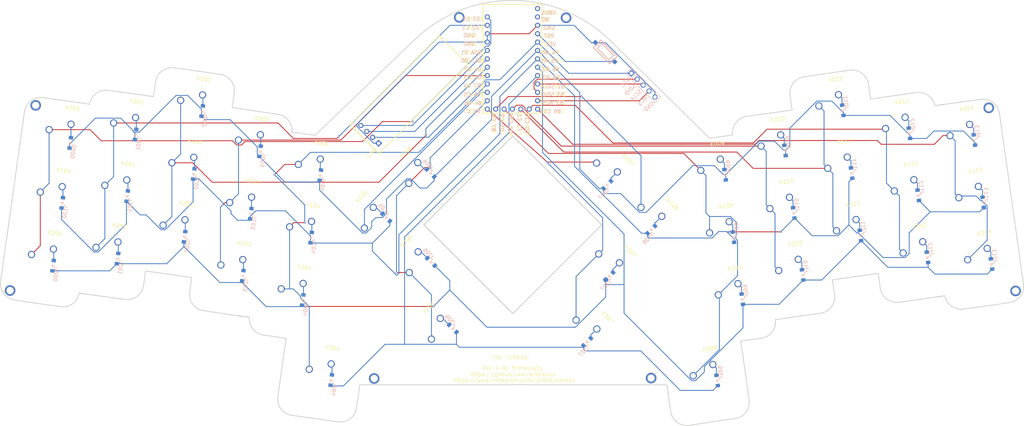
<source format=kicad_pcb>
(kicad_pcb (version 20221018) (generator pcbnew)
  (layers (0 "F.Cu" signal) (31 "B.Cu" signal) (34 "B.Paste" user) (35 "F.Paste" user) (36 "B.SilkS" user "B.Silkscreen") (37 "F.SilkS" user "F.Silkscreen") (38 "B.Mask" user) (39 "F.Mask" user) (44 "Edge.Cuts" user))
  (net 0 "")
  (net 1 "COL0")
  (net 2 "COL1")
  (net 3 "COL10")
  (net 4 "COL11")
  (net 5 "COL12")
  (net 6 "COL13")
  (net 7 "COL2")
  (net 8 "COL3")
  (net 9 "COL4")
  (net 10 "COL5")
  (net 11 "COL6")
  (net 12 "COL7")
  (net 13 "COL8")
  (net 14 "COL9")
  (net 15 "D001_A")
  (net 16 "D002_A")
  (net 17 "D004_A")
  (net 18 "D006_A")
  (net 19 "D007_A")
  (net 20 "D010_A")
  (net 21 "D012_A")
  (net 22 "D013_A")
  (net 23 "D100_A")
  (net 24 "D103_A")
  (net 25 "D105_A")
  (net 26 "D108_A")
  (net 27 "D109_A")
  (net 28 "D111_A")
  (net 29 "D113_A")
  (net 30 "D200_A")
  (net 31 "D203_A")
  (net 32 "D206_A")
  (net 33 "D207_A")
  (net 34 "D211_A")
  (net 35 "D213_A")
  (net 36 "D304_A")
  (net 37 "D306_A")
  (net 38 "D307_A")
  (net 39 "D309_A")
  (net 40 "GND")
  (net 41 "K000_1")
  (net 42 "K003_1")
  (net 43 "K009_1")
  (net 44 "K011_1")
  (net 45 "K101_1")
  (net 46 "K102_1")
  (net 47 "K104_1")
  (net 48 "K110_1")
  (net 49 "K112_1")
  (net 50 "K201_1")
  (net 51 "K202_1")
  (net 52 "K204_1")
  (net 53 "K209_1")
  (net 54 "K210_1")
  (net 55 "K212_1")
  (net 56 "NCS")
  (net 57 "ROW0")
  (net 58 "ROW1")
  (net 59 "ROW2")
  (net 60 "ROW3")
  (net 61 "RST")
  (net 62 "SCL")
  (net 63 "SCLK")
  (net 64 "SDA")
  (net 65 "SDIO")
  (net 66 "VCC")
  (footprint "easyeda:CHERRY_MX_100_MILLMAX" (layer "F.Cu") (at 192.769 92.609 -45)
    (fp_text reference "K108")
    (fp_text value "100")
  )
  (footprint "easyeda:DIODE-SOD123" (layer "F.Cu") (at 255.761 78.131 -82)
    (fp_text reference "D111")
    (fp_text value "DIODE-SOD123" hide)
  )
  (footprint "easyeda:CHERRY_MX_100_MILLMAX" (layer "F.Cu") (at 13.191 86.513 -8)
    (fp_text reference "K100")
    (fp_text value "100")
  )
  (footprint "easyeda:DIODE-SOD123" (layer "F.Cu") (at 16.366 87.148 -98)
    (fp_text reference "D100")
    (fp_text value "DIODE-SOD123" hide)
  )
  (footprint "easyeda:CHERRY_MX_100_MILLMAX" (layer "F.Cu") (at 50.402 96.546 -8)
    (fp_text reference "K202")
    (fp_text value "100")
  )
  (footprint "easyeda:DIODE-SOD123" (layer "F.Cu") (at 135.111 125.121 -45)
    (fp_text reference "D306")
    (fp_text value "DIODE-SOD123" hide)
  )
  (footprint "easyeda:CHERRY_MX_100_MILLMAX" (layer "F.Cu") (at 132.825 127.153 45)
    (fp_text reference "K306")
    (fp_text value "100")
  )
  (footprint "easyeda:DIODE-SOD123" (layer "F.Cu") (at 235.568 71.273 -82)
    (fp_text reference "D010")
    (fp_text value "DIODE-SOD123" hide)
  )
  (footprint "easyeda:DIODE-SOD123" (layer "F.Cu") (at 175.243 129.185 -135)
    (fp_text reference "D307")
    (fp_text value "DIODE-SOD123" hide)
  )
  (footprint "easyeda:CHERRY_MX_100_MILLMAX" (layer "F.Cu") (at 32.749 84.481 -8)
    (fp_text reference "K101")
    (fp_text value "100")
  )
  (footprint "easyeda:OLED-091" (layer "F.Cu") (at 112.378 71.781 45)
    (fp_text reference "U2" hide)
    (fp_text value "OLED-091" hide)
  )
  (footprint "easyeda:CHERRY_MX_100_MILLMAX" (layer "F.Cu") (at 10.524 105.436 -8)
    (fp_text reference "K200")
    (fp_text value "100")
  )
  (footprint "easyeda:CHERRY_MX_100_MILLMAX" (layer "F.Cu") (at 289.67 68.352 8)
    (fp_text reference "K013")
    (fp_text value "100")
  )
  (footprint "easyeda:CHERRY_MX_100_MILLMAX" (layer "F.Cu") (at 126.094 106.96 45)
    (fp_text reference "K206")
    (fp_text value "100")
  )
  (footprint "easyeda:DIODE-SOD123" (layer "F.Cu") (at 36.051 85.116 -98)
    (fp_text reference "D101")
    (fp_text value "DIODE-SOD123" hide)
  )
  (footprint "easyeda:DIODE-SOD123" (layer "F.Cu") (at 97.9 140.869 -98)
    (fp_text reference "D304")
    (fp_text value "DIODE-SOD123" hide)
  )
  (footprint "easyeda:DIODE-SOD123" (layer "F.Cu") (at 298.179 105.69 -82)
    (fp_text reference "D213")
    (fp_text value "DIODE-SOD123" hide)
  )
  (footprint "easyeda:DIODE-SOD123" (layer "F.Cu") (at 275.954 84.862 -82)
    (fp_text reference "D112")
    (fp_text value "DIODE-SOD123" hide)
  )
  (footprint "easyeda:DIODE-SOD123" (layer "F.Cu") (at 219.947 97.562 -82)
    (fp_text reference "D109")
    (fp_text value "DIODE-SOD123" hide)
  )
  (footprint "easyeda:DIODE-SOD123" (layer "F.Cu") (at 194.674 95.149 -135)
    (fp_text reference "D108")
    (fp_text value "DIODE-SOD123" hide)
  )
  (footprint "easyeda:DIODE-SOD123" (layer "F.Cu") (at 295.639 87.021 -82)
    (fp_text reference "D113")
    (fp_text value "DIODE-SOD123" hide)
  )
  (footprint "easyeda:DIODE-SOD123" (layer "F.Cu") (at 214.994 140.996 -82)
    (fp_text reference "D309")
    (fp_text value "DIODE-SOD123" hide)
  )
  (footprint "easyeda:ELITE-C" (layer "F.Cu") (at 145.271 30.379)
    (fp_text reference "U1" hide)
    (fp_text value "ELITE-C" hide)
  )
  (footprint "easyeda:DIODE-SOD123" (layer "F.Cu") (at 128.507 104.928 -45)
    (fp_text reference "D206")
    (fp_text value "DIODE-SOD123" hide)
  )
  (footprint "easyeda:CHERRY_MX_100_MILLMAX" (layer "F.Cu") (at 70.595 89.688 -8)
    (fp_text reference "K103")
    (fp_text value "100")
  )
  (footprint "easyeda:DIODE-SOD123" (layer "F.Cu") (at 18.779 68.987 -98)
    (fp_text reference "D000")
    (fp_text value "DIODE-SOD123" hide)
  )
  (footprint "easyeda:CHERRY_MX_100_MILLMAX" (layer "F.Cu") (at 275.446 103.912 8)
    (fp_text reference "K212")
    (fp_text value "100")
  )
  (footprint "easyeda:5-PIN_MALE_HEADER,_2.54MM_PITCH,_1.016MM_HOLE" (layer "F.Cu") (at 192.515 51.08 45)
    (fp_text reference "J1" hide)
    (fp_text value "5-Pin Male Header, 2.54mm Pitch, Thru-hole, square post, tin plated" hide)
  )
  (footprint "easyeda:DIODE-SOD123" (layer "F.Cu") (at 217.407 78.639 -82)
    (fp_text reference "D009")
    (fp_text value "DIODE-SOD123" hide)
  )
  (footprint "easyeda:CHERRY_MX_100_MILLMAX" (layer "F.Cu") (at 35.416 65.558 -8)
    (fp_text reference "K001")
    (fp_text value "100")
  )
  (footprint "easyeda:DIODE-SOD123" (layer "F.Cu") (at 222.614 116.358 -82)
    (fp_text reference "D209")
    (fp_text value "DIODE-SOD123" hide)
  )
  (footprint "easyeda:CHERRY_MX_100_MILLMAX" (layer "F.Cu") (at 216.772 97.816 8)
    (fp_text reference "K109")
    (fp_text value "100")
  )
  (footprint "easyeda:CHERRY_MX_100_MILLMAX" (layer "F.Cu") (at 235.06 90.45 8)
    (fp_text reference "K110")
    (fp_text value "100")
  )
  (footprint "easyeda:DIODE-SOD123" (layer "F.Cu") (at 94.598 78.766 -98)
    (fp_text reference "D004")
    (fp_text value "DIODE-SOD123" hide)
  )
  (footprint "easyeda:CHERRY_MX_100_MILLMAX" (layer "F.Cu") (at 211.819 141.123 8)
    (fp_text reference "K309")
    (fp_text value "100")
  )
  (footprint "easyeda:CHERRY_MX_100_MILLMAX" (layer "F.Cu") (at 125.967 79.909 45)
    (fp_text reference "K006")
    (fp_text value "100")
  )
  (footprint "easyeda:DIODE-SOD123" (layer "F.Cu") (at 53.45 97.435 -98)
    (fp_text reference "D202")
    (fp_text value "DIODE-SOD123" hide)
  )
  (footprint "easyeda:DIODE-SOD123" (layer "F.Cu") (at 238.235 90.196 -82)
    (fp_text reference "D110")
    (fp_text value "DIODE-SOD123" hide)
  )
  (footprint "easyeda:CHERRY_MX_100_MILLMAX" (layer "F.Cu") (at 179.307 79.147 -45)
    (fp_text reference "K007")
    (fp_text value "100")
  )
  (footprint "easyeda:DIODE-SOD123" (layer "F.Cu") (at 114.918 91.466 -45)
    (fp_text reference "D105")
    (fp_text value "DIODE-SOD123" hide)
  )
  (footprint "easyeda:CHERRY_MX_100_MILLMAX" (layer "F.Cu") (at 249.919 59.335 8)
    (fp_text reference "K011")
    (fp_text value "100")
  )
  (footprint "easyeda:DIODE-SOD123" (layer "F.Cu") (at 292.972 68.098 -82)
    (fp_text reference "D013")
    (fp_text value "DIODE-SOD123" hide)
  )
  (footprint "easyeda:CHERRY_MX_100_MILLMAX" (layer "F.Cu") (at 295.004 105.944 8)
    (fp_text reference "K213")
    (fp_text value "100")
  )
  (footprint "easyeda:CHERRY_MX_100_MILLMAX" (layer "F.Cu") (at 292.337 87.148 8)
    (fp_text reference "K113")
    (fp_text value "100")
  )
  (footprint "easyeda:CHERRY_MX_100_MILLMAX" (layer "F.Cu") (at 73.262 70.765 -8)
    (fp_text reference "K003")
    (fp_text value "100")
  )
  (footprint "easyeda:DIODE-SOD123" (layer "F.Cu") (at 181.339 81.56 -135)
    (fp_text reference "D007")
    (fp_text value "DIODE-SOD123" hide)
  )
  (footprint "easyeda:CHERRY_MX_100_MILLMAX" (layer "F.Cu") (at 86.216 115.85 -8)
    (fp_text reference "K204")
    (fp_text value "100")
  )
  (footprint "easyeda:DIODE-SOD123" (layer "F.Cu") (at 273.287 66.066 -82)
    (fp_text reference "D012")
    (fp_text value "DIODE-SOD123" hide)
  )
  (footprint "easyeda:DIODE-SOD123" (layer "F.Cu") (at 13.572 106.198 -98)
    (fp_text reference "D200")
    (fp_text value "DIODE-SOD123" hide)
  )
  (footprint "easyeda:CHERRY_MX_100_MILLMAX" (layer "F.Cu") (at 272.779 85.116 8)
    (fp_text reference "K112")
    (fp_text value "100")
  )
  (footprint "easyeda:CHERRY_MX_100_MILLMAX" (layer "F.Cu") (at 232.393 71.527 8)
    (fp_text reference "K010")
    (fp_text value "100")
  )
  (footprint "easyeda:DIODE-SOD123" (layer "F.Cu") (at 73.516 90.45 -98)
    (fp_text reference "D103")
    (fp_text value "DIODE-SOD123" hide)
  )
  (footprint "easyeda:DIODE-SOD123" (layer "F.Cu") (at 278.748 103.658 -82)
    (fp_text reference "D212")
    (fp_text value "DIODE-SOD123" hide)
  )
  (footprint "easyeda:CHERRY_MX_100_MILLMAX" (layer "F.Cu") (at 179.942 106.706 -45)
    (fp_text reference "K207")
    (fp_text value "100")
  )
  (footprint "easyeda:CHERRY_MX_100_MILLMAX" (layer "F.Cu") (at 252.586 78.258 8)
    (fp_text reference "K111")
    (fp_text value "100")
  )
  (footprint "easyeda:CHERRY_MX_100_MILLMAX" (layer "F.Cu") (at 30.082 103.277 -8)
    (fp_text reference "K201")
    (fp_text value "100")
  )
  (footprint "easyeda:DIODE-SOD123" (layer "F.Cu") (at 91.804 97.689 -98)
    (fp_text reference "D104")
    (fp_text value "DIODE-SOD123" hide)
  )
  (footprint "easyeda:CHERRY_MX_100_MILLMAX" (layer "F.Cu") (at 112.505 93.498 45)
    (fp_text reference "K105")
    (fp_text value "100")
  )
  (footprint "easyeda:CHERRY_MX_100_MILLMAX" (layer "F.Cu") (at 255.253 97.181 8)
    (fp_text reference "K211")
    (fp_text value "100")
  )
  (footprint "easyeda:DIODE-SOD123" (layer "F.Cu") (at 128.38 78.004 -45)
    (fp_text reference "D006")
    (fp_text value "DIODE-SOD123" hide)
  )
  (footprint "easyeda:DIODE-SOD123" (layer "F.Cu") (at 181.974 109.246 -135)
    (fp_text reference "D207")
    (fp_text value "DIODE-SOD123" hide)
  )
  (footprint "easyeda:DIODE-SOD123" (layer "F.Cu") (at 240.902 108.992 -82)
    (fp_text reference "D210")
    (fp_text value "DIODE-SOD123" hide)
  )
  (footprint "easyeda:RESET SWITCH" (layer "F.Cu") (at 180.958 41.047 -45)
    (fp_text reference "U3" hide)
    (fp_text value "RESET SWITCH" hide)
  )
  (footprint "easyeda:DIODE-SOD123" (layer "F.Cu") (at 38.591 66.447 -98)
    (fp_text reference "D001")
    (fp_text value "DIODE-SOD123" hide)
  )
  (footprint "easyeda:CHERRY_MX_100_MILLMAX" (layer "F.Cu") (at 214.105 78.893 8)
    (fp_text reference "K009")
    (fp_text value "100")
  )
  (footprint "easyeda:CHERRY_MX_100_MILLMAX" (layer "F.Cu") (at 53.069 77.623 -8)
    (fp_text reference "K102")
    (fp_text value "100")
  )
  (footprint "easyeda:DIODE-SOD123" (layer "F.Cu") (at 33.13 104.039 -98)
    (fp_text reference "D201")
    (fp_text value "DIODE-SOD123" hide)
  )
  (footprint "easyeda:CHERRY_MX_100_MILLMAX" (layer "F.Cu") (at 91.423 78.131 -8)
    (fp_text reference "K004")
    (fp_text value "100")
  )
  (footprint "easyeda:DIODE-SOD123" (layer "F.Cu") (at 71.103 109.246 -98)
    (fp_text reference "D203")
    (fp_text value "DIODE-SOD123" hide)
  )
  (footprint "easyeda:CHERRY_MX_100_MILLMAX" (layer "F.Cu") (at 55.736 58.7 -8)
    (fp_text reference "K002")
    (fp_text value "100")
  )
  (footprint "easyeda:CHERRY_MX_100_MILLMAX" (layer "F.Cu") (at 270.112 66.193 8)
    (fp_text reference "K012")
    (fp_text value "100")
  )
  (footprint "easyeda:CHERRY_MX_100_MILLMAX" (layer "F.Cu") (at 67.928 108.611 -8)
    (fp_text reference "K203")
    (fp_text value "100")
  )
  (footprint "easyeda:CHERRY_MX_100_MILLMAX" (layer "F.Cu") (at 88.756 97.054 -8)
    (fp_text reference "K104")
    (fp_text value "100")
  )
  (footprint "easyeda:CHERRY_MX_100_MILLMAX" (layer "F.Cu") (at 219.439 116.612 8)
    (fp_text reference "K209")
    (fp_text value "100")
  )
  (footprint "easyeda:DIODE-SOD123" (layer "F.Cu") (at 258.428 97.054 -82)
    (fp_text reference "D211")
    (fp_text value "DIODE-SOD123" hide)
  )
  (footprint "easyeda:DIODE-SOD123" (layer "F.Cu") (at 76.31 71.527 -98)
    (fp_text reference "D003")
    (fp_text value "DIODE-SOD123" hide)
  )
  (footprint "easyeda:CHERRY_MX_100_MILLMAX" (layer "F.Cu") (at 15.858 67.59 -8)
    (fp_text reference "K000")
    (fp_text value "100")
  )
  (footprint "easyeda:DIODE-SOD123" (layer "F.Cu") (at 56.244 78.385 -98)
    (fp_text reference "D102")
    (fp_text value "DIODE-SOD123" hide)
  )
  (footprint "easyeda:DIODE-SOD123" (layer "F.Cu") (at 89.264 116.612 -98)
    (fp_text reference "D204")
    (fp_text value "DIODE-SOD123" hide)
  )
  (footprint "easyeda:CHERRY_MX_100_MILLMAX" (layer "F.Cu") (at 94.725 140.234 -8)
    (fp_text reference "K304")
    (fp_text value "100")
  )
  (footprint "easyeda:DIODE-SOD123" (layer "F.Cu") (at 253.094 59.081 -82)
    (fp_text reference "D011")
    (fp_text value "DIODE-SOD123" hide)
  )
  (footprint "easyeda:DIODE-SOD123" (layer "F.Cu") (at 58.784 59.335 -98)
    (fp_text reference "D002")
    (fp_text value "DIODE-SOD123" hide)
  )
  (footprint "easyeda:CHERRY_MX_100_MILLMAX" (layer "F.Cu") (at 237.727 109.246 8)
    (fp_text reference "K210")
    (fp_text value "100")
  )
  (footprint "easyeda:CHERRY_MX_100_MILLMAX" (layer "F.Cu") (at 173.084 126.772 -45)
    (fp_text reference "K307")
    (fp_text value "100")
  )
  (gr_arc (start 77.391 126.8) (mid 74.202643 124.960823) (end 73.136849 121.437716) (stroke (width 0.254)) (layer "Edge.Cuts"))
  (gr_line (start 179.952 93.387) (end 152.998 120.342) (stroke (width 0.254)) (layer "Edge.Cuts"))
  (gr_line (start 294.934 55.379) (end 280.966 57.266) (stroke (width 0.254)) (layer "Edge.Cuts"))
  (gr_arc (start 219.62 66.182) (mid 220.579495 62.474916) (end 223.880062 60.533431) (stroke (width 0.254)) (layer "Edge.Cuts"))
  (gr_line (start 59.242 119.416) (end 66.211 120.469) (stroke (width 0.254)) (layer "Edge.Cuts"))
  (gr_line (start 222.132 128.652) (end 228.332 127.781) (stroke (width 0.254)) (layer "Edge.Cuts"))
  (gr_line (start 261.443 55.236) (end 260.817 50.779) (stroke (width 0.254)) (layer "Edge.Cuts"))
  (gr_line (start 199.723 141.876) (end 200.858 149.956) (stroke (width 0.254)) (layer "Edge.Cuts"))
  (gr_arc (start 59.242 119.416) (mid 55.98066 117.459948) (end 55.038475 113.775554) (stroke (width 0.254)) (layer "Edge.Cuts"))
  (gr_line (start 219.62 66.182) (end 212.643 67.148) (stroke (width 0.254)) (layer "Edge.Cuts"))
  (gr_arc (start 270.054 116.862) (mid 266.348519 115.903713) (end 264.405988 112.605914) (stroke (width 0.254)) (layer "Edge.Cuts"))
  (gr_line (start 126.043 93.387) (end 152.997 66.432) (stroke (width 0.254)) (layer "Edge.Cuts"))
  (gr_line (start 41.073 111.755) (end 41.684 107.404) (stroke (width 0.254)) (layer "Edge.Cuts"))
  (gr_line (start 105.653 148.853) (end 106.632 141.876) (stroke (width 0.254)) (layer "Edge.Cuts"))
  (gr_line (start 280.966 57.266) (end 283.574 56.922) (stroke (width 0.254)) (layer "Edge.Cuts"))
  (gr_line (start 41.684 107.404) (end 55.658 109.367) (stroke (width 0.254)) (layer "Edge.Cuts"))
  (gr_line (start 206.603 154.197) (end 213.491 153.09) (stroke (width 0.254)) (layer "Edge.Cuts"))
  (gr_line (start 213.491 153.09) (end 220.381 152.121) (stroke (width 0.254)) (layer "Edge.Cuts"))
  (gr_line (start 248.188 47.505) (end 241.245 48.543) (stroke (width 0.254)) (layer "Edge.Cuts"))
  (gr_line (start 84.26 127.811) (end 81.774 145.499) (stroke (width 0.254)) (layer "Edge.Cuts"))
  (gr_line (start 66.211 120.469) (end 73.128 121.441) (stroke (width 0.254)) (layer "Edge.Cuts"))
  (gr_line (start 86.03 151.146) (end 100.006 153.11) (stroke (width 0.254)) (layer "Edge.Cuts"))
  (gr_line (start 77.391 126.8) (end 84.26 127.811) (stroke (width 0.254)) (layer "Edge.Cuts"))
  (gr_line (start 81.982 59.95) (end 67.944 57.841) (stroke (width 0.254)) (layer "Edge.Cuts"))
  (gr_arc (start 237.032 54.184) (mid 237.977142 50.496043) (end 241.244726 48.542275) (stroke (width 0.254)) (layer "Edge.Cuts"))
  (gr_arc (start 1.939 116.184) (mid -1.328389 114.23032) (end -2.273163 110.54249) (stroke (width 0.254)) (layer "Edge.Cuts"))
  (gr_line (start 4.973 59.083) (end -2.273 110.543) (stroke (width 0.254)) (layer "Edge.Cuts"))
  (gr_line (start 44.694 50.065) (end 44.064 54.546) (stroke (width 0.254)) (layer "Edge.Cuts"))
  (gr_line (start 263.775 108.114) (end 264.406 112.606) (stroke (width 0.254)) (layer "Edge.Cuts"))
  (gr_line (start 199.695 141.876) (end 199.723 141.876) (stroke (width 0.254)) (layer "Edge.Cuts"))
  (gr_line (start 44.064 54.546) (end 30.364 52.62) (stroke (width 0.254)) (layer "Edge.Cuts"))
  (gr_line (start 270.054 116.862) (end 283.987 114.903) (stroke (width 0.254)) (layer "Edge.Cuts"))
  (gr_line (start 152.998 120.342) (end 126.043 93.387) (stroke (width 0.254)) (layer "Edge.Cuts"))
  (gr_poly (pts (xy 153.018 120.168) (xy 179.815 93.371) (xy 153.018 66.574) (xy 126.221 93.371) (xy 126.348 93.498) (xy 126.475 93.625)) (stroke (width 0.1)) (fill none) (layer "Edge.Cuts"))
  (gr_line (start 73.128 121.441) (end 69.452 120.93) (stroke (width 0.254)) (layer "Edge.Cuts"))
  (gr_arc (start 224.636 146.474) (mid 223.678032 150.178739) (end 220.381 152.121) (stroke (width 0.254)) (layer "Edge.Cuts"))
  (gr_arc (start 289.604 118.94) (mid 286.008512 118.062056) (end 284.001951 114.952068) (stroke (width 0.254)) (layer "Edge.Cuts"))
  (gr_line (start 67.944 57.841) (end 68.566 53.42) (stroke (width 0.254)) (layer "Edge.Cuts"))
  (gr_line (start 8.955 117.232) (end 15.936 118.213) (stroke (width 0.254)) (layer "Edge.Cuts"))
  (gr_line (start 23.097 114.326) (end 21.562 114.113) (stroke (width 0.254)) (layer "Edge.Cuts"))
  (gr_line (start 275.36 53.305) (end 261.443 55.236) (stroke (width 0.254)) (layer "Edge.Cuts"))
  (gr_arc (start 41.073 111.755) (mid 39.16803 115.024964) (end 35.517901 116.024031) (stroke (width 0.254)) (layer "Edge.Cuts"))
  (gr_arc (start 24.716 56.875) (mid 26.658554 53.577261) (end 30.364 52.619) (stroke (width 0.254)) (layer "Edge.Cuts"))
  (gr_arc (start 255.17 46.524) (mid 258.874446 47.482675) (end 260.816 50.78) (stroke (width 0.254)) (layer "Edge.Cuts"))
  (gr_line (start 21.562 114.113) (end 35.517 116.023) (stroke (width 0.254)) (layer "Edge.Cuts"))
  (gr_line (start 93.038 66.272) (end 86.09 65.316) (stroke (width 0.254)) (layer "Edge.Cuts"))
  (gr_line (start 237.654 58.604) (end 223.88 60.534) (stroke (width 0.254)) (layer "Edge.Cuts"))
  (gr_line (start 283.987 114.903) (end 280.907 115.342) (stroke (width 0.254)) (layer "Edge.Cuts"))
  (gr_line (start 64.31 47.772) (end 50.341 45.809) (stroke (width 0.254)) (layer "Edge.Cuts"))
  (gr_arc (start 307.802 111.334) (mid 306.843032 115.039154) (end 303.545 116.981) (stroke (width 0.254)) (layer "Edge.Cuts"))
  (gr_line (start 250.546 114.551) (end 249.917 110.073) (stroke (width 0.254)) (layer "Edge.Cuts"))
  (gr_line (start 1.939 116.184) (end 8.955 117.232) (stroke (width 0.254)) (layer "Edge.Cuts"))
  (gr_arc (start 105.654 148.853) (mid 103.712199 152.151824) (end 100.006358 153.11077) (stroke (width 0.254)) (layer "Edge.Cuts"))
  (gr_line (start 224.636 146.474) (end 222.132 128.652) (stroke (width 0.254)) (layer "Edge.Cuts"))
  (gr_arc (start 123.339 37.202) (mid 153.023408 25.370932) (end 182.560032 37.566264) (stroke (width 0.254)) (layer "Edge.Cuts"))
  (gr_arc (start 21.544 114.194) (mid 19.544386 117.325789) (end 15.936137 118.212974) (stroke (width 0.254)) (layer "Edge.Cuts"))
  (gr_line (start 255.17 46.524) (end 248.188 47.505) (stroke (width 0.254)) (layer "Edge.Cuts"))
  (gr_line (start 289.303 118.989) (end 303.513 116.993) (stroke (width 0.254)) (layer "Edge.Cuts"))
  (gr_line (start 237.032 54.184) (end 237.654 58.604) (stroke (width 0.254)) (layer "Edge.Cuts"))
  (gr_arc (start 250.546 114.551) (mid 249.588032 118.255739) (end 246.291 120.198) (stroke (width 0.254)) (layer "Edge.Cuts"))
  (gr_arc (start 81.982 59.95) (mid 85.079343 61.834179) (end 86.08913 65.316131) (stroke (width 0.254)) (layer "Edge.Cuts"))
  (gr_arc (start 294.934 55.379) (mid 298.612688 56.357217) (end 300.53696 59.641549) (stroke (width 0.254)) (layer "Edge.Cuts"))
  (gr_line (start 106.632 141.876) (end 199.695 141.876) (stroke (width 0.254)) (layer "Edge.Cuts"))
  (gr_line (start 55.658 109.367) (end 55.038 113.776) (stroke (width 0.254)) (layer "Edge.Cuts"))
  (gr_line (start 152.997 66.432) (end 179.952 93.387) (stroke (width 0.254)) (layer "Edge.Cuts"))
  (gr_arc (start 206.603 154.197) (mid 202.839708 153.283396) (end 200.857326 149.956656) (stroke (width 0.254)) (layer "Edge.Cuts"))
  (gr_line (start 307.801 111.334) (end 300.537 59.641) (stroke (width 0.254)) (layer "Edge.Cuts"))
  (gr_arc (start 232.587 122.134) (mid 231.628325 125.838446) (end 228.331 127.78) (stroke (width 0.254)) (layer "Edge.Cuts"))
  (gr_arc (start 86.03 151.146) (mid 82.732968 149.203739) (end 81.775 145.499) (stroke (width 0.254)) (layer "Edge.Cuts"))
  (gr_arc (start 64.31 47.772) (mid 67.608032 49.713846) (end 68.567 53.419) (stroke (width 0.254)) (layer "Edge.Cuts"))
  (gr_arc (start 275.36 53.305) (mid 278.955061 54.18264) (end 280.961847 57.291904) (stroke (width 0.254)) (layer "Edge.Cuts"))
  (gr_line (start 24.716 56.875) (end 24.722 56.835) (stroke (width 0.254)) (layer "Edge.Cuts"))
  (gr_line (start 123.339 37.202) (end 93.038 66.272) (stroke (width 0.254)) (layer "Edge.Cuts"))
  (gr_line (start 212.643 67.148) (end 182.56 37.567) (stroke (width 0.254)) (layer "Edge.Cuts"))
  (gr_line (start 249.917 110.073) (end 263.775 108.114) (stroke (width 0.254)) (layer "Edge.Cuts"))
  (gr_arc (start 44.694 50.065) (mid 46.635554 46.767675) (end 50.34 45.809) (stroke (width 0.254)) (layer "Edge.Cuts"))
  (gr_arc (start 4.973 59.083) (mid 6.922746 55.789897) (end 10.63 54.84) (stroke (width 0.254)) (layer "Edge.Cuts"))
  (gr_line (start 24.722 56.835) (end 10.629 54.84) (stroke (width 0.254)) (layer "Edge.Cuts"))
  (gr_line (start 232.587 122.134) (end 246.291 120.198) (stroke (width 0.254)) (layer "Edge.Cuts"))
  (gr_text "B1 SCLK" (at 168.862 51.43) (layer "B.SilkS") (effects (font (size 1.143 1.143) (thickness 0.152)) (justify left mirror)))
  (gr_text "GND" (at 165.845 33.681) (layer "B.SilkS") (effects (font (size 1.143 1.143) (thickness 0.152)) (justify left mirror)))
  (gr_text "B3 SDIO" (at 168.766 53.874) (layer "B.SilkS") (effects (font (size 1.143 1.143) (thickness 0.152)) (justify left mirror)))
  (gr_text "D4 C2" (at 143.62 46.254) (layer "B.SilkS") (effects (font (size 1.143 1.143) (thickness 0.152)) (justify left mirror)))
  (gr_text "D7 C4" (at 143.493 51.207) (layer "B.SilkS") (effects (font (size 1.143 1.143) (thickness 0.152)) (justify left mirror)))
  (gr_text "F6 R2" (at 167.115 46.254) (layer "B.SilkS") (effects (font (size 1.143 1.143) (thickness 0.152)) (justify left mirror)))
  (gr_text "SDIO" (at 190.102 50.953 45) (layer "B.SilkS") (effects (font (size 1.143 1.143) (thickness 0.152)) (justify left mirror)))
  (gr_text "B0" (at 164.067 31.141) (layer "B.SilkS") (effects (font (size 1.143 1.143) (thickness 0.152)) (justify left mirror)))
  (gr_text "F5 R1" (at 166.734 43.714) (layer "B.SilkS") (effects (font (size 1.143 1.143) (thickness 0.152)) (justify left mirror)))
  (gr_text "F1 C11" (at 155.05 64.923 -90) (layer "B.SilkS") (effects (font (size 1.143 1.143) (thickness 0.152)) (justify left mirror)))
  (gr_text "GND" (at 141.588 35.967) (layer "B.SilkS") (effects (font (size 1.143 1.143) (thickness 0.152)) (justify left mirror)))
  (gr_text "C7 C10" (at 152.256 65.939 -90) (layer "B.SilkS") (effects (font (size 1.143 1.143) (thickness 0.152)) (justify left mirror)))
  (gr_text "SCL D0" (at 143.747 43.587) (layer "B.SilkS") (effects (font (size 1.143 1.143) (thickness 0.152)) (justify left mirror)))
  (gr_text "F0 C12" (at 157.336 65.812 -90) (layer "B.SilkS") (effects (font (size 1.143 1.143) (thickness 0.152)) (justify left mirror)))
  (gr_text "B2 NCS" (at 168.512 56.414) (layer "B.SilkS") (effects (font (size 1.143 1.143) (thickness 0.152)) (justify left mirror)))
  (gr_text "B4 C6" (at 143.62 56.541) (layer "B.SilkS") (effects (font (size 1.143 1.143) (thickness 0.152)) (justify left mirror)))
  (gr_text "NCS" (at 193.658 54.509 45) (layer "B.SilkS") (effects (font (size 1.143 1.143) (thickness 0.152)) (justify left mirror)))
  (gr_text "SCLK" (at 191.88 52.604 45) (layer "B.SilkS") (effects (font (size 1.143 1.143) (thickness 0.152)) (justify left mirror)))
  (gr_text "B5 C7" (at 143.366 58.954) (layer "B.SilkS") (effects (font (size 1.143 1.143) (thickness 0.152)) (justify left mirror)))
  (gr_text "B7 C8" (at 147.176 65.177 -90) (layer "B.SilkS") (effects (font (size 1.143 1.143) (thickness 0.152)) (justify left mirror)))
  (gr_text "D2 C1" (at 142.985 33.554) (layer "B.SilkS") (effects (font (size 1.143 1.143) (thickness 0.152)) (justify left mirror)))
  (gr_text "E6 C5" (at 143.366 53.874) (layer "B.SilkS") (effects (font (size 1.143 1.143) (thickness 0.152)) (justify left mirror)))
  (gr_text "GND" (at 195.563 56.287 45) (layer "B.SilkS") (effects (font (size 1.143 1.143) (thickness 0.152)) (justify left mirror)))
  (gr_text "F6 R2" (at 167.242 48.794) (layer "B.SilkS") (effects (font (size 1.143 1.143) (thickness 0.152)) (justify left mirror)))
  (gr_text "GND" (at 141.588 38.507) (layer "B.SilkS") (effects (font (size 1.143 1.143) (thickness 0.152)) (justify left mirror)))
  (gr_text "D5 C9" (at 149.716 65.177 -90) (layer "B.SilkS") (effects (font (size 1.143 1.143) (thickness 0.152)) (justify left mirror)))
  (gr_text "F4 R0" (at 166.988 41.301) (layer "B.SilkS") (effects (font (size 1.143 1.143) (thickness 0.152)) (justify left mirror)))
  (gr_text "C6 C3" (at 143.62 48.667) (layer "B.SilkS") (effects (font (size 1.143 1.143) (thickness 0.152)) (justify left mirror)))
  (gr_text "SDA D1" (at 143.62 41.174) (layer "B.SilkS") (effects (font (size 1.143 1.143) (thickness 0.152)) (justify left mirror)))
  (gr_text "D3 C0" (at 143.239 31.014) (layer "B.SilkS") (effects (font (size 1.143 1.143) (thickness 0.152)) (justify left mirror)))
  (gr_text "VCC" (at 188.324 49.048 45) (layer "B.SilkS") (effects (font (size 1.143 1.143) (thickness 0.152)) (justify left mirror)))
  (gr_text "B6 C13" (at 167.75 58.954) (layer "B.SilkS") (effects (font (size 1.143 1.143) (thickness 0.152)) (justify left mirror)))
  (gr_text "VCC" (at 166.226 38.634) (layer "B.SilkS") (effects (font (size 1.143 1.143) (thickness 0.152)) (justify left mirror)))
  (gr_text "VBUS" (at 166.099 29.109) (layer "B.SilkS") (effects (font (size 1.143 1.143) (thickness 0.152)) (justify left mirror)))
  (gr_text "RST" (at 165.718 36.094) (layer "B.SilkS") (effects (font (size 1.143 1.143) (thickness 0.152)) (justify left mirror)))
  (gr_text "B3 SDIO" (at 162.162 53.874) (layer "F.SilkS") (effects (font (size 1.143 1.143) (thickness 0.152)) (justify left)))
  (gr_text "D4 C2" (at 138.794 46.254) (layer "F.SilkS") (effects (font (size 1.143 1.143) (thickness 0.152)) (justify left)))
  (gr_text "D3 C0" (at 138.667 31.014) (layer "F.SilkS") (effects (font (size 1.143 1.143) (thickness 0.152)) (justify left)))
  (gr_text "F5 R1" (at 162.162 43.714) (layer "F.SilkS") (effects (font (size 1.143 1.143) (thickness 0.152)) (justify left)))
  (gr_text "B0" (at 162.162 31.141) (layer "F.SilkS") (effects (font (size 1.143 1.143) (thickness 0.152)) (justify left)))
  (gr_text "F0 C12" (at 157.336 60.097 -90) (layer "F.SilkS") (effects (font (size 1.143 1.143) (thickness 0.152)) (justify left)))
  (gr_text "D7 C4" (at 138.794 51.207) (layer "F.SilkS") (effects (font (size 1.143 1.143) (thickness 0.152)) (justify left)))
  (gr_text "C6 C3" (at 138.794 48.667) (layer "F.SilkS") (effects (font (size 1.143 1.143) (thickness 0.152)) (justify left)))
  (gr_text "B1 SCLK" (at 162.162 51.461) (layer "F.SilkS") (effects (font (size 1.143 1.143) (thickness 0.152)) (justify left)))
  (gr_text "GND" (at 108.949 72.797 45) (layer "F.SilkS") (effects (font (size 1.143 1.143) (thickness 0.152)) (justify left)))
  (gr_text "B2 NCS" (at 162.162 56.414) (layer "F.SilkS") (effects (font (size 1.143 1.143) (thickness 0.152)) (justify left)))
  (gr_text "The \"VIMANA\"" (at 146.668 133.63) (layer "F.SilkS") (effects (font (size 1.143 1.143) (thickness 0.152)) (justify left)))
  (gr_text "RST" (at 162.162 36.094) (layer "F.SilkS") (effects (font (size 1.143 1.143) (thickness 0.152)) (justify left)))
  (gr_text "B4 C6" (at 138.921 56.414) (layer "F.SilkS") (effects (font (size 1.143 1.143) (thickness 0.152)) (justify left)))
  (gr_text "GND" (at 138.667 35.967) (layer "F.SilkS") (effects (font (size 1.143 1.143) (thickness 0.152)) (justify left)))
  (gr_text "E6 C5" (at 138.794 53.874) (layer "F.SilkS") (effects (font (size 1.143 1.143) (thickness 0.152)) (justify left)))
  (gr_text "GND" (at 162.162 33.681) (layer "F.SilkS") (effects (font (size 1.143 1.143) (thickness 0.152)) (justify left)))
  (gr_text "D5 C9" (at 149.716 60.097 -90) (layer "F.SilkS") (effects (font (size 1.143 1.143) (thickness 0.152)) (justify left)))
  (gr_text "F6 R2" (at 162.162 46.254) (layer "F.SilkS") (effects (font (size 1.143 1.143) (thickness 0.152)) (justify left)))
  (gr_text "SDA D1" (at 138.159 41.174) (layer "F.SilkS") (effects (font (size 1.143 1.143) (thickness 0.152)) (justify left)))
  (gr_text "C7 C10" (at 152.256 60.097 -90) (layer "F.SilkS") (effects (font (size 1.143 1.143) (thickness 0.152)) (justify left)))
  (gr_text "https://github.com/protieusz" (at 140.064 138.71) (layer "F.SilkS") (effects (font (size 1.143 1.143) (thickness 0.152)) (justify left)))
  (gr_text "F7 R3" (at 162.162 48.794) (layer "F.SilkS") (effects (font (size 1.143 1.143) (thickness 0.152)) (justify left)))
  (gr_text "D2 C1" (at 138.667 33.554) (layer "F.SilkS") (effects (font (size 1.143 1.143) (thickness 0.152)) (justify left)))
  (gr_text "B5 C7" (at 138.921 58.954) (layer "F.SilkS") (effects (font (size 1.143 1.143) (thickness 0.152)) (justify left)))
  (gr_text "B7 C8" (at 147.176 60.097 -90) (layer "F.SilkS") (effects (font (size 1.143 1.143) (thickness 0.152)) (justify left)))
  (gr_text "F1 C11" (at 154.923 60.097 -90) (layer "F.SilkS") (effects (font (size 1.143 1.143) (thickness 0.152)) (justify left)))
  (gr_text "B6 C13" (at 162.162 58.954) (layer "F.SilkS") (effects (font (size 1.143 1.143) (thickness 0.152)) (justify left)))
  (gr_text "F4 R0" (at 162.162 41.174) (layer "F.SilkS") (effects (font (size 1.143 1.143) (thickness 0.152)) (justify left)))
  (gr_text "SCL D0" (at 138.032 43.587) (layer "F.SilkS") (effects (font (size 1.143 1.143) (thickness 0.152)) (justify left)))
  (gr_text "Rev 4 By Protieus(z)" (at 143.747 136.805) (layer "F.SilkS") (effects (font (size 1.143 1.143) (thickness 0.152)) (justify left)))
  (gr_text "https://www.instagram.com/protieuskeebs" (at 134.857 140.488) (layer "F.SilkS") (effects (font (size 1.143 1.143) (thickness 0.152)) (justify left)))
  (gr_text "GND" (at 138.667 38.507) (layer "F.SilkS") (effects (font (size 1.143 1.143) (thickness 0.152)) (justify left)))
  (gr_text "VCC" (at 162.162 38.634) (layer "F.SilkS") (effects (font (size 1.143 1.143) (thickness 0.152)) (justify left)))
  (gr_text "VBUS" (at 162.035 28.982) (layer "F.SilkS") (effects (font (size 1.143 1.143) (thickness 0.152)) (justify left)))
  (via (at 194.928 139.853) (size 3.2) (drill 2.184) (layers "F.Cu" "B.Cu") (net 0))
  (via (at 0.618 113.31) (size 3.2) (drill 2.184) (layers "F.Cu" "B.Cu") (net 0))
  (via (at 297.29 57.938) (size 3.2) (drill 2.184) (layers "F.Cu" "B.Cu") (net 0))
  (via (at 136.762 30.506) (size 3.2) (drill 2.184) (layers "F.Cu" "B.Cu") (net 0))
  (via (at 110.981 139.98) (size 3.2) (drill 2.184) (layers "F.Cu" "B.Cu") (net 0))
  (via (at 169.147 30.633) (size 3.2) (drill 2.184) (layers "F.Cu" "B.Cu") (net 0))
  (via (at 305.418 113.437) (size 3.2) (drill 2.184) (layers "F.Cu" "B.Cu") (net 0))
  (via (at 8.365 57.176) (size 3.2) (drill 2.184) (layers "F.Cu" "B.Cu") (net 0))
  (segment (start 113.49 62.099) (end 122.618 62.099) (width 0.254) (layer "F.Cu") (net 1))
  (segment (start 12.439 64.544) (end 24.857 64.544) (width 0.254) (layer "F.Cu") (net 1))
  (segment (start 9.772 83.467) (end 9.772 99.723) (width 0.254) (layer "F.Cu") (net 1))
  (segment (start 107.427 68.162) (end 113.49 62.099) (width 0.254) (layer "F.Cu") (net 1))
  (segment (start 68.009 67.906) (end 69.299 69.197) (width 0.254) (layer "F.Cu") (net 1))
  (segment (start 69.299 69.197) (end 70.758 69.197) (width 0.254) (layer "F.Cu") (net 1))
  (segment (start 71.793 68.162) (end 107.427 68.162) (width 0.254) (layer "F.Cu") (net 1))
  (segment (start 70.758 69.197) (end 71.793 68.162) (width 0.254) (layer "F.Cu") (net 1))
  (segment (start 9.772 99.723) (end 7.105 102.39) (width 0.254) (layer "F.Cu") (net 1))
  (segment (start 24.857 64.544) (end 28.219 67.906) (width 0.254) (layer "F.Cu") (net 1))
  (segment (start 28.219 67.906) (end 68.009 67.906) (width 0.254) (layer "F.Cu") (net 1))
  (via (at 122.618 62.099) (size 0.61) (drill 0.305) (layers "F.Cu" "B.Cu") (net 1))
  (segment (start 12.439 64.544) (end 12.439 80.8) (width 0.254) (layer "B.Cu") (net 1))
  (segment (start 122.618 62.099) (end 122.618 61.496) (width 0.254) (layer "B.Cu") (net 1))
  (segment (start 145.58 39.269) (end 146.322 38.526) (width 0.254) (layer "B.Cu") (net 1))
  (segment (start 122.618 61.496) (end 144.845 39.269) (width 0.254) (layer "B.Cu") (net 1))
  (segment (start 12.439 80.8) (end 9.772 83.467) (width 0.254) (layer "B.Cu") (net 1))
  (segment (start 146.322 31.43) (end 145.271 30.379) (width 0.254) (layer "B.Cu") (net 1))
  (segment (start 144.845 39.269) (end 145.58 39.269) (width 0.254) (layer "B.Cu") (net 1))
  (segment (start 146.322 38.526) (end 146.322 31.43) (width 0.254) (layer "B.Cu") (net 1))
  (segment (start 81.841 62.512) (end 86.47 67.209) (width 0.254) (layer "F.Cu") (net 2))
  (segment (start 31.997 62.512) (end 81.841 62.512) (width 0.254) (layer "F.Cu") (net 2))
  (segment (start 99.658 67.209) (end 100.286 66.58) (width 0.254) (layer "F.Cu") (net 2))
  (segment (start 86.47 67.209) (end 99.658 67.209) (width 0.254) (layer "F.Cu") (net 2))
  (via (at 100.286 66.58) (size 0.61) (drill 0.305) (layers "F.Cu" "B.Cu") (net 2))
  (segment (start 145.271 32.919) (end 133.948 32.919) (width 0.254) (layer "B.Cu") (net 2))
  (segment (start 133.948 32.919) (end 100.286 66.58) (width 0.254) (layer "B.Cu") (net 2))
  (segment (start 29.33 81.435) (end 29.33 97.564) (width 0.254) (layer "B.Cu") (net 2))
  (segment (start 31.997 62.512) (end 31.997 78.768) (width 0.254) (layer "B.Cu") (net 2))
  (segment (start 29.33 97.564) (end 26.663 100.231) (width 0.254) (layer "B.Cu") (net 2))
  (segment (start 31.997 78.768) (end 29.33 81.435) (width 0.254) (layer "B.Cu") (net 2))
  (segment (start 152.891 58.319) (end 154.057 57.153) (width 0.254) (layer "F.Cu") (net 3))
  (segment (start 156.701 57.958) (end 156.701 58.528) (width 0.254) (layer "F.Cu") (net 3))
  (segment (start 167.715 69.542) (end 228.267 69.542) (width 0.254) (layer "F.Cu") (net 3))
  (segment (start 154.057 57.153) (end 155.896 57.153) (width 0.254) (layer "F.Cu") (net 3))
  (segment (start 156.701 58.528) (end 167.715 69.542) (width 0.254) (layer "F.Cu") (net 3))
  (segment (start 155.896 57.153) (end 156.701 57.958) (width 0.254) (layer "F.Cu") (net 3))
  (segment (start 232.494 106.154) (end 232.494 90.025) (width 0.254) (layer "B.Cu") (net 3))
  (segment (start 233.601 107.261) (end 232.494 106.154) (width 0.254) (layer "B.Cu") (net 3))
  (segment (start 230.934 88.465) (end 229.827 87.358) (width 0.254) (layer "B.Cu") (net 3))
  (segment (start 232.494 90.025) (end 230.934 88.465) (width 0.254) (layer "B.Cu") (net 3))
  (segment (start 229.827 87.358) (end 229.827 71.102) (width 0.254) (layer "B.Cu") (net 3))
  (segment (start 229.827 71.102) (end 228.267 69.542) (width 0.254) (layer "B.Cu") (net 3))
  (segment (start 225.853 76.273) (end 248.46 76.273) (width 0.254) (layer "F.Cu") (net 4))
  (segment (start 168.461 71.349) (end 220.93 71.349) (width 0.254) (layer "F.Cu") (net 4))
  (segment (start 155.431 58.319) (end 168.461 71.349) (width 0.254) (layer "F.Cu") (net 4))
  (segment (start 220.93 71.349) (end 225.853 76.273) (width 0.254) (layer "F.Cu") (net 4))
  (segment (start 247.353 58.91) (end 245.793 57.35) (width 0.254) (layer "B.Cu") (net 4))
  (segment (start 250.02 77.833) (end 248.46 76.273) (width 0.254) (layer "B.Cu") (net 4))
  (segment (start 247.353 75.166) (end 247.353 58.91) (width 0.254) (layer "B.Cu") (net 4))
  (segment (start 251.127 95.196) (end 250.02 94.089) (width 0.254) (layer "B.Cu") (net 4))
  (segment (start 248.46 76.273) (end 247.353 75.166) (width 0.254) (layer "B.Cu") (net 4))
  (segment (start 250.02 94.089) (end 250.02 77.833) (width 0.254) (layer "B.Cu") (net 4))
  (segment (start 171.941 57.176) (end 183.344 68.579) (width 0.254) (layer "F.Cu") (net 5))
  (segment (start 157.971 58.319) (end 159.114 57.176) (width 0.254) (layer "F.Cu") (net 5))
  (segment (start 230.08 64.415) (end 265.779 64.415) (width 0.254) (layer "F.Cu") (net 5))
  (segment (start 159.114 57.176) (end 171.941 57.176) (width 0.254) (layer "F.Cu") (net 5))
  (segment (start 265.779 64.415) (end 265.986 64.208) (width 0.254) (layer "F.Cu") (net 5))
  (segment (start 225.916 68.579) (end 230.08 64.415) (width 0.254) (layer "F.Cu") (net 5))
  (segment (start 183.344 68.579) (end 225.916 68.579) (width 0.254) (layer "F.Cu") (net 5))
  (segment (start 271.32 101.927) (end 270.212 100.82) (width 0.254) (layer "B.Cu") (net 5))
  (segment (start 265.986 64.208) (end 266.273 64.496) (width 0.254) (layer "B.Cu") (net 5))
  (segment (start 266.273 80.752) (end 268.653 83.131) (width 0.254) (layer "B.Cu") (net 5))
  (segment (start 270.212 100.82) (end 270.212 84.691) (width 0.254) (layer "B.Cu") (net 5))
  (segment (start 266.273 64.496) (end 266.273 80.752) (width 0.254) (layer "B.Cu") (net 5))
  (segment (start 270.212 84.691) (end 268.653 83.131) (width 0.254) (layer "B.Cu") (net 5))
  (segment (start 171.179 68.987) (end 226.424 68.987) (width 0.254) (layer "F.Cu") (net 6))
  (segment (start 226.424 68.987) (end 227.567 67.844) (width 0.254) (layer "F.Cu") (net 6))
  (segment (start 285.497 66.32) (end 285.544 66.367) (width 0.254) (layer "F.Cu") (net 6))
  (segment (start 160.511 58.319) (end 171.179 68.987) (width 0.254) (layer "F.Cu") (net 6))
  (segment (start 227.567 67.844) (end 263.508 67.844) (width 0.254) (layer "F.Cu") (net 6))
  (segment (start 263.508 67.844) (end 264.651 68.987) (width 0.254) (layer "F.Cu") (net 6))
  (segment (start 280.78 68.987) (end 283.447 66.32) (width 0.254) (layer "F.Cu") (net 6))
  (segment (start 264.651 68.987) (end 280.78 68.987) (width 0.254) (layer "F.Cu") (net 6))
  (segment (start 283.447 66.32) (end 285.497 66.32) (width 0.254) (layer "F.Cu") (net 6))
  (segment (start 287.103 67.927) (end 285.544 66.367) (width 0.254) (layer "B.Cu") (net 6))
  (segment (start 296.809 87.689) (end 295.114 85.995) (width 0.254) (layer "B.Cu") (net 6))
  (segment (start 296.809 98.029) (end 296.809 87.689) (width 0.254) (layer "B.Cu") (net 6))
  (segment (start 287.103 84.056) (end 287.103 67.927) (width 0.254) (layer "B.Cu") (net 6))
  (segment (start 288.716 84.658) (end 288.211 85.163) (width 0.254) (layer "B.Cu") (net 6))
  (segment (start 288.211 85.163) (end 287.103 84.056) (width 0.254) (layer "B.Cu") (net 6))
  (segment (start 293.43 84.658) (end 288.716 84.658) (width 0.254) (layer "B.Cu") (net 6))
  (segment (start 290.878 103.959) (end 296.809 98.029) (width 0.254) (layer "B.Cu") (net 6))
  (segment (start 294.766 85.995) (end 293.43 84.658) (width 0.254) (layer "B.Cu") (net 6))
  (segment (start 295.114 85.995) (end 294.766 85.995) (width 0.254) (layer "B.Cu") (net 6))
  (segment (start 55.97 74.577) (end 49.65 74.577) (width 0.254) (layer "F.Cu") (net 7))
  (segment (start 112.419 80.488) (end 61.88 80.488) (width 0.254) (layer "F.Cu") (net 7))
  (segment (start 126.643 66.264) (end 112.419 80.488) (width 0.254) (layer "F.Cu") (net 7))
  (segment (start 61.88 80.488) (end 55.97 74.577) (width 0.254) (layer "F.Cu") (net 7))
  (via (at 126.643 66.264) (size 0.61) (drill 0.305) (layers "F.Cu" "B.Cu") (net 7))
  (segment (start 52.317 71.91) (end 52.317 55.654) (width 0.254) (layer "B.Cu") (net 7))
  (segment (start 145.271 45.619) (end 126.643 64.247) (width 0.254) (layer "B.Cu") (net 7))
  (segment (start 126.643 64.247) (end 126.643 66.264) (width 0.254) (layer "B.Cu") (net 7))
  (segment (start 49.65 74.577) (end 52.317 71.91) (width 0.254) (layer "B.Cu") (net 7))
  (segment (start 49.65 90.833) (end 49.65 74.577) (width 0.254) (layer "B.Cu") (net 7))
  (segment (start 46.983 93.5) (end 49.65 90.833) (width 0.254) (layer "B.Cu") (net 7))
  (segment (start 67.176 86.642) (end 65.804 86.642) (width 0.254) (layer "F.Cu") (net 8))
  (segment (start 120.431 48.159) (end 100.87 67.719) (width 0.254) (layer "F.Cu") (net 8))
  (segment (start 100.87 67.719) (end 69.843 67.719) (width 0.254) (layer "F.Cu") (net 8))
  (segment (start 145.271 48.159) (end 120.431 48.159) (width 0.254) (layer "F.Cu") (net 8))
  (segment (start 65.804 86.642) (end 64.991 87.456) (width 0.254) (layer "F.Cu") (net 8))
  (via (at 64.991 87.456) (size 0.61) (drill 0.305) (layers "F.Cu" "B.Cu") (net 8))
  (segment (start 64.374 105.431) (end 64.509 105.565) (width 0.254) (layer "B.Cu") (net 8))
  (segment (start 64.374 88.072) (end 64.374 105.431) (width 0.254) (layer "B.Cu") (net 8))
  (segment (start 69.843 83.975) (end 69.843 67.719) (width 0.254) (layer "B.Cu") (net 8))
  (segment (start 64.991 87.456) (end 64.374 88.072) (width 0.254) (layer "B.Cu") (net 8))
  (segment (start 67.176 86.642) (end 69.843 83.975) (width 0.254) (layer "B.Cu") (net 8))
  (segment (start 89.92 92.742) (end 86.603 92.742) (width 0.254) (layer "F.Cu") (net 9))
  (segment (start 88.004 75.085) (end 83.859 75.085) (width 0.254) (layer "F.Cu") (net 9))
  (segment (start 86.603 92.742) (end 85.337 94.008) (width 0.254) (layer "F.Cu") (net 9))
  (segment (start 83.859 75.085) (end 80.759 78.185) (width 0.254) (layer "F.Cu") (net 9))
  (via (at 80.76 78.185) (size 0.61) (drill 0.305) (layers "F.Cu" "B.Cu") (net 9))
  (via (at 89.92 92.742) (size 0.61) (drill 0.305) (layers "F.Cu" "B.Cu") (net 9))
  (segment (start 85.337 112.804) (end 85.337 94.008) (width 0.254) (layer "B.Cu") (net 9))
  (segment (start 89.92 87.345) (end 89.92 92.742) (width 0.254) (layer "B.Cu") (net 9))
  (segment (start 86.42 112.804) (end 85.337 112.804) (width 0.254) (layer "B.Cu") (net 9))
  (segment (start 145.271 50.699) (end 124.543 71.427) (width 0.254) (layer "B.Cu") (net 9))
  (segment (start 85.337 112.804) (end 82.797 112.804) (width 0.254) (layer "B.Cu") (net 9))
  (segment (start 124.543 71.427) (end 91.662 71.427) (width 0.254) (layer "B.Cu") (net 9))
  (segment (start 91.662 71.427) (end 88.004 75.085) (width 0.254) (layer "B.Cu") (net 9))
  (segment (start 88.601 115.521) (end 88.601 114.985) (width 0.254) (layer "B.Cu") (net 9))
  (segment (start 91.306 118.225) (end 88.601 115.521) (width 0.254) (layer "B.Cu") (net 9))
  (segment (start 91.306 137.188) (end 91.306 118.225) (width 0.254) (layer "B.Cu") (net 9))
  (segment (start 80.759 78.185) (end 89.92 87.345) (width 0.254) (layer "B.Cu") (net 9))
  (segment (start 88.601 114.985) (end 86.42 112.804) (width 0.254) (layer "B.Cu") (net 9))
  (segment (start 145.271 53.239) (end 143.497 53.239) (width 0.254) (layer "B.Cu") (net 10))
  (segment (start 143.497 53.239) (end 108.015 88.721) (width 0.254) (layer "B.Cu") (net 10))
  (segment (start 108.015 88.721) (end 108.015 94.396) (width 0.254) (layer "B.Cu") (net 10))
  (segment (start 121.604 107.858) (end 117.75 107.858) (width 0.254) (layer "F.Cu") (net 11))
  (segment (start 126.234 76.05) (end 127.948 76.05) (width 0.254) (layer "F.Cu") (net 11))
  (segment (start 121.477 80.807) (end 126.234 76.05) (width 0.254) (layer "F.Cu") (net 11))
  (via (at 127.948 76.05) (size 0.61) (drill 0.305) (layers "F.Cu" "B.Cu") (net 11))
  (via (at 117.75 107.858) (size 0.61) (drill 0.305) (layers "F.Cu" "B.Cu") (net 11))
  (segment (start 117.75 84.534) (end 117.75 107.858) (width 0.254) (layer "B.Cu") (net 11))
  (segment (start 127.948 76.05) (end 127.948 73.102) (width 0.254) (layer "B.Cu") (net 11))
  (segment (start 128.335 128.051) (end 128.335 114.589) (width 0.254) (layer "B.Cu") (net 11))
  (segment (start 121.477 80.807) (end 117.75 84.534) (width 0.254) (layer "B.Cu") (net 11))
  (segment (start 127.948 73.102) (end 145.271 55.779) (width 0.254) (layer "B.Cu") (net 11))
  (segment (start 128.335 114.589) (end 121.604 107.858) (width 0.254) (layer "B.Cu") (net 11))
  (segment (start 178.136 74.384) (end 163.365 74.384) (width 0.254) (layer "F.Cu") (net 12))
  (segment (start 178.409 74.657) (end 178.136 74.384) (width 0.254) (layer "F.Cu") (net 12))
  (segment (start 163.365 74.384) (end 162.162 73.178) (width 0.254) (layer "F.Cu") (net 12))
  (segment (start 162.162 73.178) (end 145.271 58.319) (width 0.254) (layer "F.Cu") (net 12))
  (via (at 163.365 74.384) (size 0.61) (drill 0.305) (layers "F.Cu" "B.Cu") (net 12))
  (segment (start 180.245 101.015) (end 180.245 91.264) (width 0.254) (layer "B.Cu") (net 12))
  (segment (start 179.044 102.216) (end 180.245 101.015) (width 0.254) (layer "B.Cu") (net 12))
  (segment (start 180.245 91.264) (end 163.365 74.384) (width 0.254) (layer "B.Cu") (net 12))
  (segment (start 172.186 122.282) (end 172.186 109.074) (width 0.254) (layer "B.Cu") (net 12))
  (segment (start 172.186 109.074) (end 179.044 102.216) (width 0.254) (layer "B.Cu") (net 12))
  (segment (start 147.811 58.319) (end 151.621 54.509) (width 0.254) (layer "F.Cu") (net 13))
  (segment (start 151.621 54.509) (end 173.889 54.509) (width 0.254) (layer "F.Cu") (net 13))
  (via (at 173.889 54.509) (size 0.61) (drill 0.305) (layers "F.Cu" "B.Cu") (net 13))
  (segment (start 191.871 88.119) (end 191.871 72.491) (width 0.254) (layer "B.Cu") (net 13))
  (segment (start 191.871 72.491) (end 173.889 54.509) (width 0.254) (layer "B.Cu") (net 13))
  (segment (start 204.828 71.757) (end 209.979 76.908) (width 0.254) (layer "F.Cu") (net 14))
  (segment (start 150.351 58.319) (end 163.789 71.757) (width 0.254) (layer "F.Cu") (net 14))
  (segment (start 163.789 71.757) (end 204.828 71.757) (width 0.254) (layer "F.Cu") (net 14))
  (segment (start 211.539 78.468) (end 211.539 89.769) (width 0.254) (layer "B.Cu") (net 14))
  (segment (start 215.631 131.2) (end 215.631 114.945) (width 0.254) (layer "B.Cu") (net 14))
  (segment (start 215.631 114.945) (end 215.313 114.627) (width 0.254) (layer "B.Cu") (net 14))
  (segment (start 220.755 96.259) (end 220.598 96.416) (width 0.254) (layer "B.Cu") (net 14))
  (segment (start 211.539 89.769) (end 212.646 90.876) (width 0.254) (layer "B.Cu") (net 14))
  (segment (start 221.138 98.148) (end 221.138 108.802) (width 0.254) (layer "B.Cu") (net 14))
  (segment (start 212.646 95.831) (end 212.646 90.876) (width 0.254) (layer "B.Cu") (net 14))
  (segment (start 212.646 90.876) (end 218.997 90.876) (width 0.254) (layer "B.Cu") (net 14))
  (segment (start 220.755 92.634) (end 220.755 96.259) (width 0.254) (layer "B.Cu") (net 14))
  (segment (start 218.997 90.876) (end 220.755 92.634) (width 0.254) (layer "B.Cu") (net 14))
  (segment (start 207.693 139.138) (end 215.631 131.2) (width 0.254) (layer "B.Cu") (net 14))
  (segment (start 220.598 96.416) (end 220.598 97.609) (width 0.254) (layer "B.Cu") (net 14))
  (segment (start 220.598 97.609) (end 221.138 98.148) (width 0.254) (layer "B.Cu") (net 14))
  (segment (start 221.138 108.802) (end 215.313 114.627) (width 0.254) (layer "B.Cu") (net 14))
  (segment (start 209.979 76.908) (end 211.539 78.468) (width 0.254) (layer "B.Cu") (net 14))
  (segment (start 38.869 61.112) (end 38.869 64.467) (width 0.254) (layer "B.Cu") (net 15))
  (segment (start 38.638 60.881) (end 38.869 61.112) (width 0.254) (layer "B.Cu") (net 15))
  (segment (start 58.958 54.023) (end 59.062 54.127) (width 0.254) (layer "B.Cu") (net 16))
  (segment (start 59.062 54.127) (end 59.062 57.355) (width 0.254) (layer "B.Cu") (net 16))
  (segment (start 94.645 73.454) (end 94.645 76.555) (width 0.254) (layer "B.Cu") (net 17))
  (segment (start 94.645 76.555) (end 94.876 76.786) (width 0.254) (layer "B.Cu") (net 17))
  (segment (start 124.171 74.521) (end 126.24 76.59) (width 0.254) (layer "B.Cu") (net 18))
  (segment (start 126.24 76.59) (end 126.966 76.59) (width 0.254) (layer "B.Cu") (net 18))
  (segment (start 182.94 79.107) (end 182.753 79.107) (width 0.254) (layer "B.Cu") (net 19))
  (segment (start 184.695 77.351) (end 182.94 79.107) (width 0.254) (layer "B.Cu") (net 19))
  (segment (start 182.753 80.146) (end 182.753 79.107) (width 0.254) (layer "B.Cu") (net 19))
  (segment (start 235.29 67.231) (end 235.29 69.293) (width 0.254) (layer "B.Cu") (net 20))
  (segment (start 234.201 66.143) (end 235.29 67.231) (width 0.254) (layer "B.Cu") (net 20))
  (segment (start 273.009 61.897) (end 273.009 64.086) (width 0.254) (layer "B.Cu") (net 21))
  (segment (start 271.922 60.809) (end 273.009 61.897) (width 0.254) (layer "B.Cu") (net 21))
  (segment (start 292.694 64.183) (end 292.694 66.118) (width 0.254) (layer "B.Cu") (net 22))
  (segment (start 291.48 62.968) (end 292.694 64.183) (width 0.254) (layer "B.Cu") (net 22))
  (segment (start 16.413 81.836) (end 16.644 82.067) (width 0.254) (layer "B.Cu") (net 23))
  (segment (start 16.644 82.067) (end 16.644 85.168) (width 0.254) (layer "B.Cu") (net 23))
  (segment (start 73.794 85.034) (end 73.794 88.47) (width 0.254) (layer "B.Cu") (net 24))
  (segment (start 73.817 85.011) (end 73.794 85.034) (width 0.254) (layer "B.Cu") (net 24))
  (segment (start 110.709 88.11) (end 111.562 88.11) (width 0.254) (layer "B.Cu") (net 25))
  (segment (start 111.562 88.11) (end 113.504 90.052) (width 0.254) (layer "B.Cu") (net 25))
  (segment (start 196.088 93.735) (end 196.088 92.696) (width 0.254) (layer "B.Cu") (net 26))
  (segment (start 196.275 92.696) (end 196.088 92.696) (width 0.254) (layer "B.Cu") (net 26))
  (segment (start 198.157 90.813) (end 196.275 92.696) (width 0.254) (layer "B.Cu") (net 26))
  (segment (start 219.669 93.52) (end 219.669 95.582) (width 0.254) (layer "B.Cu") (net 27))
  (segment (start 218.58 92.432) (end 219.669 93.52) (width 0.254) (layer "B.Cu") (net 27))
  (segment (start 254.396 72.874) (end 255.483 73.962) (width 0.254) (layer "B.Cu") (net 28))
  (segment (start 255.483 73.962) (end 255.483 76.151) (width 0.254) (layer "B.Cu") (net 28))
  (segment (start 294.147 81.764) (end 295.361 82.979) (width 0.254) (layer "B.Cu") (net 29))
  (segment (start 295.361 82.979) (end 295.361 85.041) (width 0.254) (layer "B.Cu") (net 29))
  (segment (start 13.746 100.759) (end 13.85 100.863) (width 0.254) (layer "B.Cu") (net 30))
  (segment (start 13.85 100.863) (end 13.85 104.218) (width 0.254) (layer "B.Cu") (net 30))
  (segment (start 71.381 104.165) (end 71.381 107.266) (width 0.254) (layer "B.Cu") (net 31))
  (segment (start 71.15 103.934) (end 71.381 104.165) (width 0.254) (layer "B.Cu") (net 31))
  (segment (start 124.298 101.572) (end 125.151 101.572) (width 0.254) (layer "B.Cu") (net 32))
  (segment (start 125.151 101.572) (end 127.093 103.514) (width 0.254) (layer "B.Cu") (net 32))
  (segment (start 185.33 104.91) (end 183.388 106.852) (width 0.254) (layer "B.Cu") (net 33))
  (segment (start 183.388 106.852) (end 183.388 107.832) (width 0.254) (layer "B.Cu") (net 33))
  (segment (start 258.15 92.885) (end 258.15 95.074) (width 0.254) (layer "B.Cu") (net 34))
  (segment (start 257.063 91.797) (end 258.15 92.885) (width 0.254) (layer "B.Cu") (net 34))
  (segment (start 296.814 100.56) (end 297.901 101.648) (width 0.254) (layer "B.Cu") (net 35))
  (segment (start 297.901 101.648) (end 297.901 103.71) (width 0.254) (layer "B.Cu") (net 35))
  (segment (start 97.947 135.557) (end 98.178 135.788) (width 0.254) (layer "B.Cu") (net 36))
  (segment (start 98.178 135.788) (end 98.178 138.889) (width 0.254) (layer "B.Cu") (net 36))
  (segment (start 131.029 121.765) (end 131.755 121.765) (width 0.254) (layer "B.Cu") (net 37))
  (segment (start 131.755 121.765) (end 133.697 123.707) (width 0.254) (layer "B.Cu") (net 37))
  (segment (start 176.657 126.791) (end 176.657 127.771) (width 0.254) (layer "B.Cu") (net 38))
  (segment (start 178.472 124.976) (end 176.657 126.791) (width 0.254) (layer "B.Cu") (net 38))
  (segment (start 214.716 136.827) (end 214.716 139.016) (width 0.254) (layer "B.Cu") (net 39))
  (segment (start 213.627 135.739) (end 214.716 136.827) (width 0.254) (layer "B.Cu") (net 39))
  (segment (start 160.511 32.919) (end 157.971 35.459) (width 0.254) (layer "F.Cu") (net 40))
  (segment (start 157.971 35.459) (end 145.271 35.459) (width 0.254) (layer "F.Cu") (net 40))
  (segment (start 178.122 38.212) (end 181.15 38.212) (width 0.254) (layer "B.Cu") (net 40))
  (segment (start 181.15 38.212) (end 196.1 53.161) (width 0.254) (layer "B.Cu") (net 40))
  (segment (start 105.767 63.636) (end 105.767 62.883) (width 0.254) (layer "B.Cu") (net 40))
  (segment (start 177.506 38.212) (end 178.122 38.212) (width 0.254) (layer "B.Cu") (net 40))
  (segment (start 171.596 32.919) (end 160.511 32.919) (width 0.254) (layer "B.Cu") (net 40))
  (segment (start 176.889 38.212) (end 171.596 32.919) (width 0.254) (layer "B.Cu") (net 40))
  (segment (start 196.1 53.161) (end 196.1 54.651) (width 0.254) (layer "B.Cu") (net 40))
  (segment (start 130.651 37.999) (end 145.271 37.999) (width 0.254) (layer "B.Cu") (net 40))
  (segment (start 177.506 38.212) (end 176.889 38.212) (width 0.254) (layer "B.Cu") (net 40))
  (segment (start 112.308 68.67) (end 110.801 68.67) (width 0.254) (layer "B.Cu") (net 40))
  (segment (start 110.801 68.67) (end 105.767 63.636) (width 0.254) (layer "B.Cu") (net 40))
  (segment (start 145.271 37.999) (end 145.271 35.459) (width 0.254) (layer "B.Cu") (net 40))
  (segment (start 105.767 62.883) (end 130.651 37.999) (width 0.254) (layer "B.Cu") (net 40))
  (segment (start 19.08 62.913) (end 19.057 62.936) (width 0.254) (layer "B.Cu") (net 41))
  (segment (start 19.057 62.936) (end 19.057 67.007) (width 0.254) (layer "B.Cu") (net 41))
  (segment (start 76.588 66.192) (end 76.588 69.547) (width 0.254) (layer "B.Cu") (net 42))
  (segment (start 76.484 66.088) (end 76.588 66.192) (width 0.254) (layer "B.Cu") (net 42))
  (segment (start 217.129 74.724) (end 217.129 76.659) (width 0.254) (layer "B.Cu") (net 43))
  (segment (start 215.913 73.509) (end 217.129 74.724) (width 0.254) (layer "B.Cu") (net 43))
  (segment (start 252.816 55.039) (end 252.816 57.101) (width 0.254) (layer "B.Cu") (net 44))
  (segment (start 251.729 53.951) (end 252.816 55.039) (width 0.254) (layer "B.Cu") (net 44))
  (segment (start 35.971 79.804) (end 36.329 80.162) (width 0.254) (layer "B.Cu") (net 45))
  (segment (start 36.329 80.162) (end 36.329 83.136) (width 0.254) (layer "B.Cu") (net 45))
  (segment (start 56.522 73.177) (end 56.522 76.405) (width 0.254) (layer "B.Cu") (net 46))
  (segment (start 56.291 72.946) (end 56.522 73.177) (width 0.254) (layer "B.Cu") (net 46))
  (segment (start 92.082 92.481) (end 92.082 95.709) (width 0.254) (layer "B.Cu") (net 47))
  (segment (start 91.978 92.377) (end 92.082 92.481) (width 0.254) (layer "B.Cu") (net 47))
  (segment (start 236.868 85.066) (end 237.957 86.154) (width 0.254) (layer "B.Cu") (net 48))
  (segment (start 237.957 86.154) (end 237.957 88.216) (width 0.254) (layer "B.Cu") (net 48))
  (segment (start 274.589 79.732) (end 275.676 80.82) (width 0.254) (layer "B.Cu") (net 49))
  (segment (start 275.676 80.82) (end 275.676 82.882) (width 0.254) (layer "B.Cu") (net 49))
  (segment (start 33.408 98.704) (end 33.408 102.059) (width 0.254) (layer "B.Cu") (net 50))
  (segment (start 33.304 98.6) (end 33.408 98.704) (width 0.254) (layer "B.Cu") (net 50))
  (segment (start 53.728 91.973) (end 53.728 95.455) (width 0.254) (layer "B.Cu") (net 51))
  (segment (start 53.624 91.869) (end 53.728 91.973) (width 0.254) (layer "B.Cu") (net 51))
  (segment (start 89.438 111.173) (end 89.542 111.277) (width 0.254) (layer "B.Cu") (net 52))
  (segment (start 89.542 111.277) (end 89.542 114.632) (width 0.254) (layer "B.Cu") (net 52))
  (segment (start 222.336 112.316) (end 222.336 114.378) (width 0.254) (layer "B.Cu") (net 53))
  (segment (start 221.247 111.228) (end 222.336 112.316) (width 0.254) (layer "B.Cu") (net 53))
  (segment (start 239.535 103.862) (end 240.624 104.95) (width 0.254) (layer "B.Cu") (net 54))
  (segment (start 240.624 104.95) (end 240.624 107.012) (width 0.254) (layer "B.Cu") (net 54))
  (segment (start 277.256 98.528) (end 278.47 99.743) (width 0.254) (layer "B.Cu") (net 55))
  (segment (start 278.47 99.743) (end 278.47 101.678) (width 0.254) (layer "B.Cu") (net 55))
  (segment (start 191.38 55.779) (end 194.304 52.855) (width 0.254) (layer "F.Cu") (net 56))
  (segment (start 160.511 55.779) (end 191.38 55.779) (width 0.254) (layer "F.Cu") (net 56))
  (segment (start 245.165 55.902) (end 249.722 55.902) (width 0.254) (layer "B.Cu") (net 57))
  (segment (start 185.697 83.936) (end 181.049 83.936) (width 0.254) (layer "B.Cu") (net 57))
  (segment (start 59.653 61.503) (end 67.275 61.503) (width 0.254) (layer "B.Cu") (net 57))
  (segment (start 67.275 61.503) (end 75.543 69.77) (width 0.254) (layer "B.Cu") (net 57))
  (segment (start 38.431 65.315) (end 39.784 65.315) (width 0.254) (layer "B.Cu") (net 57))
  (segment (start 180.526 82.373) (end 180.526 83.412) (width 0.254) (layer "B.Cu") (net 57))
  (segment (start 181.049 83.936) (end 180.526 83.412) (width 0.254) (layer "B.Cu") (net 57))
  (segment (start 120.891 79.422) (end 114.69 85.623) (width 0.254) (layer "B.Cu") (net 57))
  (segment (start 18.619 70.126) (end 18.619 68.945) (width 0.254) (layer "B.Cu") (net 57))
  (segment (start 83.907 80.423) (end 76.15 72.666) (width 0.254) (layer "B.Cu") (net 57))
  (segment (start 273.448 67.205) (end 273.448 66.302) (width 0.254) (layer "B.Cu") (net 57))
  (segment (start 114.69 85.623) (end 114.69 89.951) (width 0.254) (layer "B.Cu") (net 57))
  (segment (start 173.303 76.484) (end 179.193 82.373) (width 0.254) (layer "B.Cu") (net 57))
  (segment (start 39.784 65.315) (end 50.925 54.175) (width 0.254) (layer "B.Cu") (net 57))
  (segment (start 38.431 67.586) (end 38.431 65.315) (width 0.254) (layer "B.Cu") (net 57))
  (segment (start 235.728 70.725) (end 236.982 69.471) (width 0.254) (layer "B.Cu") (net 57))
  (segment (start 227.639 68.044) (end 232.329 68.044) (width 0.254) (layer "B.Cu") (net 57))
  (segment (start 54.438 54.175) (end 58.624 58.36) (width 0.254) (layer "B.Cu") (net 57))
  (segment (start 293.133 69.237) (end 293.133 68.481) (width 0.254) (layer "B.Cu") (net 57))
  (segment (start 58.624 60.474) (end 59.653 61.503) (width 0.254) (layer "B.Cu") (net 57))
  (segment (start 235.728 72.412) (end 235.728 70.725) (width 0.254) (layer "B.Cu") (net 57))
  (segment (start 37.928 64.843) (end 37.928 65.064) (width 0.254) (layer "B.Cu") (net 57))
  (segment (start 278.409 67.205) (end 273.448 67.205) (width 0.254) (layer "B.Cu") (net 57))
  (segment (start 75.543 69.77) (end 75.543 72.059) (width 0.254) (layer "B.Cu") (net 57))
  (segment (start 129.193 78.817) (end 129.193 79.954) (width 0.254) (layer "B.Cu") (net 57))
  (segment (start 94.438 79.905) (end 93.919 80.423) (width 0.254) (layer "B.Cu") (net 57))
  (segment (start 293.133 68.481) (end 289.623 64.971) (width 0.254) (layer "B.Cu") (net 57))
  (segment (start 253.255 59.435) (end 253.255 60.22) (width 0.254) (layer "B.Cu") (net 57))
  (segment (start 217.567 78.116) (end 227.639 68.044) (width 0.254) (layer "B.Cu") (net 57))
  (segment (start 93.919 80.423) (end 83.907 80.423) (width 0.254) (layer "B.Cu") (net 57))
  (segment (start 38.179 65.315) (end 38.431 65.315) (width 0.254) (layer "B.Cu") (net 57))
  (segment (start 160.511 40.539) (end 146.541 54.509) (width 0.254) (layer "B.Cu") (net 57))
  (segment (start 75.543 72.059) (end 76.15 72.666) (width 0.254) (layer "B.Cu") (net 57))
  (segment (start 280.641 64.971) (end 278.409 67.205) (width 0.254) (layer "B.Cu") (net 57))
  (segment (start 111.474 91.207) (end 110.224 92.458) (width 0.254) (layer "B.Cu") (net 57))
  (segment (start 113.434 91.207) (end 111.474 91.207) (width 0.254) (layer "B.Cu") (net 57))
  (segment (start 179.193 82.373) (end 180.526 82.373) (width 0.254) (layer "B.Cu") (net 57))
  (segment (start 126.906 82.241) (end 124.864 82.241) (width 0.254) (layer "B.Cu") (net 57))
  (segment (start 207.577 75.459) (end 193.434 89.602) (width 0.254) (layer "B.Cu") (net 57))
  (segment (start 146.541 61.47) (end 129.193 78.817) (width 0.254) (layer "B.Cu") (net 57))
  (segment (start 173.303 53.331) (end 173.303 76.484) (width 0.254) (layer "B.Cu") (net 57))
  (segment (start 217.567 78.116) (end 216.778 78.116) (width 0.254) (layer "B.Cu") (net 57))
  (segment (start 122.045 79.422) (end 120.891 79.422) (width 0.254) (layer "B.Cu") (net 57))
  (segment (start 114.69 89.951) (end 113.434 91.207) (width 0.254) (layer "B.Cu") (net 57))
  (segment (start 37.928 65.064) (end 38.179 65.315) (width 0.254) (layer "B.Cu") (net 57))
  (segment (start 26.507 61.057) (end 34.143 61.057) (width 0.254) (layer "B.Cu") (net 57))
  (segment (start 249.722 55.902) (end 253.255 59.435) (width 0.254) (layer "B.Cu") (net 57))
  (segment (start 273.448 66.302) (end 267.365 60.22) (width 0.254) (layer "B.Cu") (net 57))
  (segment (start 232.329 68.044) (end 235.01 70.725) (width 0.254) (layer "B.Cu") (net 57))
  (segment (start 58.624 58.36) (end 58.624 60.474) (width 0.254) (layer "B.Cu") (net 57))
  (segment (start 160.511 40.539) (end 173.303 53.331) (width 0.254) (layer "B.Cu") (net 57))
  (segment (start 236.982 69.471) (end 236.982 64.085) (width 0.254) (layer "B.Cu") (net 57))
  (segment (start 146.541 54.509) (end 146.541 61.47) (width 0.254) (layer "B.Cu") (net 57))
  (segment (start 110.224 94.178) (end 108.53 95.873) (width 0.254) (layer "B.Cu") (net 57))
  (segment (start 110.224 92.458) (end 110.224 94.178) (width 0.254) (layer "B.Cu") (net 57))
  (segment (start 18.619 68.945) (end 26.507 61.057) (width 0.254) (layer "B.Cu") (net 57))
  (segment (start 108.53 95.873) (end 107.446 95.873) (width 0.254) (layer "B.Cu") (net 57))
  (segment (start 193.434 89.602) (end 191.363 89.602) (width 0.254) (layer "B.Cu") (net 57))
  (segment (start 236.982 64.085) (end 245.165 55.902) (width 0.254) (layer "B.Cu") (net 57))
  (segment (start 34.143 61.057) (end 37.928 64.843) (width 0.254) (layer "B.Cu") (net 57))
  (segment (start 50.925 54.175) (end 54.438 54.175) (width 0.254) (layer "B.Cu") (net 57))
  (segment (start 94.438 82.864) (end 94.438 79.905) (width 0.254) (layer "B.Cu") (net 57))
  (segment (start 214.121 75.459) (end 207.577 75.459) (width 0.254) (layer "B.Cu") (net 57))
  (segment (start 235.01 70.725) (end 235.728 70.725) (width 0.254) (layer "B.Cu") (net 57))
  (segment (start 217.567 79.778) (end 217.567 78.116) (width 0.254) (layer "B.Cu") (net 57))
  (segment (start 267.365 60.22) (end 253.255 60.22) (width 0.254) (layer "B.Cu") (net 57))
  (segment (start 289.623 64.971) (end 280.641 64.971) (width 0.254) (layer "B.Cu") (net 57))
  (segment (start 124.864 82.241) (end 122.045 79.422) (width 0.254) (layer "B.Cu") (net 57))
  (segment (start 216.778 78.116) (end 214.121 75.459) (width 0.254) (layer "B.Cu") (net 57))
  (segment (start 191.363 89.602) (end 185.697 83.936) (width 0.254) (layer "B.Cu") (net 57))
  (segment (start 129.193 79.954) (end 126.906 82.241) (width 0.254) (layer "B.Cu") (net 57))
  (segment (start 107.446 95.873) (end 94.438 82.864) (width 0.254) (layer "B.Cu") (net 57))
  (segment (start 218.451 95.51) (end 234.22 95.51) (width 0.254) (layer "F.Cu") (net 58))
  (via (at 234.22 95.51) (size 0.61) (drill 0.305) (layers "F.Cu" "B.Cu") (net 58))
  (via (at 218.451 95.51) (size 0.61) (drill 0.305) (layers "F.Cu" "B.Cu") (net 58))
  (segment (start 160.511 43.079) (end 171.731 54.299) (width 0.254) (layer "B.Cu") (net 58))
  (segment (start 118.006 108.598) (end 117.661 108.598) (width 0.254) (layer "B.Cu") (net 58))
  (segment (start 57.888 79.524) (end 56.084 79.524) (width 0.254) (layer "B.Cu") (net 58))
  (segment (start 91.76 98.944) (end 110.436 98.944) (width 0.254) (layer "B.Cu") (net 58))
  (segment (start 46.352 94.89) (end 47.631 94.89) (width 0.254) (layer "B.Cu") (net 58))
  (segment (start 295.8 88.16) (end 294.52 89.439) (width 0.254) (layer "B.Cu") (net 58))
  (segment (start 72.924 92.02) (end 69.561 92.02) (width 0.254) (layer "B.Cu") (net 58))
  (segment (start 67.583 89.22) (end 57.888 79.524) (width 0.254) (layer "B.Cu") (net 58))
  (segment (start 279.552 89.439) (end 276.115 86.001) (width 0.254) (layer "B.Cu") (net 58))
  (segment (start 251.597 96.701) (end 254.868 93.431) (width 0.254) (layer "B.Cu") (net 58))
  (segment (start 35.891 86.255) (end 40.005 90.369) (width 0.254) (layer "B.Cu") (net 58))
  (segment (start 35.891 93.08) (end 35.891 86.255) (width 0.254) (layer "B.Cu") (net 58))
  (segment (start 115.731 93.649) (end 110.436 98.944) (width 0.254) (layer "B.Cu") (net 58))
  (segment (start 73.14 91.805) (end 72.924 92.02) (width 0.254) (layer "B.Cu") (net 58))
  (segment (start 160.511 43.079) (end 149.081 54.509) (width 0.254) (layer "B.Cu") (net 58))
  (segment (start 26.024 101.614) (end 27.357 101.614) (width 0.254) (layer "B.Cu") (net 58))
  (segment (start 265.231 103.314) (end 257.827 95.911) (width 0.254) (layer "B.Cu") (net 58))
  (segment (start 118.47 108.133) (end 118.006 108.598) (width 0.254) (layer "B.Cu") (net 58))
  (segment (start 56.084 86.438) (end 56.084 79.524) (width 0.254) (layer "B.Cu") (net 58))
  (segment (start 238.395 91.335) (end 234.22 95.51) (width 0.254) (layer "B.Cu") (net 58))
  (segment (start 115.731 92.279) (end 115.731 93.649) (width 0.254) (layer "B.Cu") (net 58))
  (segment (start 238.395 91.335) (end 243.761 96.701) (width 0.254) (layer "B.Cu") (net 58))
  (segment (start 149.081 65.804) (end 118.47 96.415) (width 0.254) (layer "B.Cu") (net 58))
  (segment (start 84.069 89.14) (end 91.644 96.714) (width 0.254) (layer "B.Cu") (net 58))
  (segment (start 118.47 96.415) (end 118.47 108.133) (width 0.254) (layer "B.Cu") (net 58))
  (segment (start 91.644 98.828) (end 91.76 98.944) (width 0.254) (layer "B.Cu") (net 58))
  (segment (start 40.005 90.369) (end 41.831 90.369) (width 0.254) (layer "B.Cu") (net 58))
  (segment (start 193.861 97.001) (end 194.251 97.391) (width 0.254) (layer "B.Cu") (net 58))
  (segment (start 193.861 95.962) (end 193.861 97.001) (width 0.254) (layer "B.Cu") (net 58))
  (segment (start 171.731 75.661) (end 192.033 95.962) (width 0.254) (layer "B.Cu") (net 58))
  (segment (start 27.357 101.614) (end 35.891 93.08) (width 0.254) (layer "B.Cu") (net 58))
  (segment (start 192.033 95.962) (end 193.861 95.962) (width 0.254) (layer "B.Cu") (net 58))
  (segment (start 279.552 89.439) (end 273.166 95.825) (width 0.254) (layer "B.Cu") (net 58))
  (segment (start 69.561 92.02) (end 67.583 90.043) (width 0.254) (layer "B.Cu") (net 58))
  (segment (start 73.14 91.805) (end 73.14 91.095) (width 0.254) (layer "B.Cu") (net 58))
  (segment (start 257.827 95.911) (end 257.347 95.911) (width 0.254) (layer "B.Cu") (net 58))
  (segment (start 215.402 95.441) (end 217.812 95.441) (width 0.254) (layer "B.Cu") (net 58))
  (segment (start 91.644 96.714) (end 91.644 98.828) (width 0.254) (layer "B.Cu") (net 58))
  (segment (start 75.096 89.14) (end 84.069 89.14) (width 0.254) (layer "B.Cu") (net 58))
  (segment (start 110.436 101.373) (end 110.436 98.944) (width 0.254) (layer "B.Cu") (net 58))
  (segment (start 273.166 102.084) (end 271.934 103.314) (width 0.254) (layer "B.Cu") (net 58))
  (segment (start 217.812 95.441) (end 218.166 95.795) (width 0.254) (layer "B.Cu") (net 58))
  (segment (start 243.761 96.701) (end 251.597 96.701) (width 0.254) (layer "B.Cu") (net 58))
  (segment (start 171.731 54.299) (end 171.731 75.661) (width 0.254) (layer "B.Cu") (net 58))
  (segment (start 213.451 97.391) (end 215.402 95.441) (width 0.254) (layer "B.Cu") (net 58))
  (segment (start 257.347 95.911) (end 254.868 93.431) (width 0.254) (layer "B.Cu") (net 58))
  (segment (start 67.583 90.043) (end 67.583 89.22) (width 0.254) (layer "B.Cu") (net 58))
  (segment (start 254.868 80.324) (end 255.922 79.27) (width 0.254) (layer "B.Cu") (net 58))
  (segment (start 149.081 54.509) (end 149.081 65.804) (width 0.254) (layer "B.Cu") (net 58))
  (segment (start 273.166 95.825) (end 273.166 102.084) (width 0.254) (layer "B.Cu") (net 58))
  (segment (start 117.661 108.598) (end 110.436 101.373) (width 0.254) (layer "B.Cu") (net 58))
  (segment (start 194.251 97.391) (end 213.451 97.391) (width 0.254) (layer "B.Cu") (net 58))
  (segment (start 73.14 91.095) (end 75.096 89.14) (width 0.254) (layer "B.Cu") (net 58))
  (segment (start 294.52 89.439) (end 279.552 89.439) (width 0.254) (layer "B.Cu") (net 58))
  (segment (start 47.631 94.89) (end 56.084 86.438) (width 0.254) (layer "B.Cu") (net 58))
  (segment (start 218.166 95.795) (end 218.451 95.51) (width 0.254) (layer "B.Cu") (net 58))
  (segment (start 16.206 88.287) (end 16.206 91.795) (width 0.254) (layer "B.Cu") (net 58))
  (segment (start 220.107 97.736) (end 220.107 98.701) (width 0.254) (layer "B.Cu") (net 58))
  (segment (start 271.934 103.314) (end 265.231 103.314) (width 0.254) (layer "B.Cu") (net 58))
  (segment (start 254.868 93.431) (end 254.868 80.324) (width 0.254) (layer "B.Cu") (net 58))
  (segment (start 41.831 90.369) (end 46.352 94.89) (width 0.254) (layer "B.Cu") (net 58))
  (segment (start 16.206 91.795) (end 26.024 101.614) (width 0.254) (layer "B.Cu") (net 58))
  (segment (start 73.356 91.589) (end 73.14 91.805) (width 0.254) (layer "B.Cu") (net 58))
  (segment (start 218.166 95.795) (end 220.107 97.736) (width 0.254) (layer "B.Cu") (net 58))
  (segment (start 90.221 118.135) (end 128.927 118.135) (width 0.254) (layer "F.Cu") (net 59))
  (via (at 128.927 118.135) (size 0.61) (drill 0.305) (layers "F.Cu" "B.Cu") (net 59))
  (via (at 90.221 118.135) (size 0.61) (drill 0.305) (layers "F.Cu" "B.Cu") (net 59))
  (segment (start 280.967 108.334) (end 278.909 106.275) (width 0.254) (layer "B.Cu") (net 59))
  (segment (start 246.65 110.131) (end 241.062 110.131) (width 0.254) (layer "B.Cu") (net 59))
  (segment (start 278.909 106.275) (end 278.909 104.797) (width 0.254) (layer "B.Cu") (net 59))
  (segment (start 258.589 98.193) (end 246.65 110.131) (width 0.254) (layer "B.Cu") (net 59))
  (segment (start 162.008 71.459) (end 186.732 96.183) (width 0.254) (layer "B.Cu") (net 59))
  (segment (start 186.732 111.512) (end 186.732 120.173) (width 0.254) (layer "B.Cu") (net 59))
  (segment (start 32.97 105.178) (end 30.811 107.337) (width 0.254) (layer "B.Cu") (net 59))
  (segment (start 181.161 111.512) (end 181.161 115.288) (width 0.254) (layer "B.Cu") (net 59))
  (segment (start 172.009 124.439) (end 145.173 124.439) (width 0.254) (layer "B.Cu") (net 59))
  (segment (start 181.161 110.059) (end 181.161 110.981) (width 0.254) (layer "B.Cu") (net 59))
  (segment (start 89.104 117.751) (end 88.652 118.203) (width 0.254) (layer "B.Cu") (net 59))
  (segment (start 70.943 110.892) (end 70.943 110.385) (width 0.254) (layer "B.Cu") (net 59))
  (segment (start 145.173 124.439) (end 133.898 113.164) (width 0.254) (layer "B.Cu") (net 59))
  (segment (start 278.909 106.275) (end 266.671 106.275) (width 0.254) (layer "B.Cu") (net 59))
  (segment (start 207.202 140.643) (end 208.372 140.643) (width 0.254) (layer "B.Cu") (net 59))
  (segment (start 186.732 96.183) (end 186.732 111.512) (width 0.254) (layer "B.Cu") (net 59))
  (segment (start 222.774 124.634) (end 222.774 117.497) (width 0.254) (layer "B.Cu") (net 59))
  (segment (start 233.696 117.497) (end 222.774 117.497) (width 0.254) (layer "B.Cu") (net 59))
  (segment (start 133.898 113.164) (end 128.927 118.135) (width 0.254) (layer "B.Cu") (net 59))
  (segment (start 89.488 118.135) (end 89.104 117.751) (width 0.254) (layer "B.Cu") (net 59))
  (segment (start 208.372 140.643) (end 211.065 137.949) (width 0.254) (layer "B.Cu") (net 59))
  (segment (start 53.29 99.983) (end 48.095 105.178) (width 0.254) (layer "B.Cu") (net 59))
  (segment (start 48.095 105.178) (end 32.97 105.178) (width 0.254) (layer "B.Cu") (net 59))
  (segment (start 211.065 137.949) (end 211.065 136.343) (width 0.254) (layer "B.Cu") (net 59))
  (segment (start 160.511 45.619) (end 162.008 47.116) (width 0.254) (layer "B.Cu") (net 59))
  (segment (start 64.2 110.892) (end 53.29 99.983) (width 0.254) (layer "B.Cu") (net 59))
  (segment (start 181.161 115.288) (end 172.009 124.439) (width 0.254) (layer "B.Cu") (net 59))
  (segment (start 162.008 47.116) (end 162.008 71.459) (width 0.254) (layer "B.Cu") (net 59))
  (segment (start 296.834 108.334) (end 280.967 108.334) (width 0.254) (layer "B.Cu") (net 59))
  (segment (start 298.34 106.829) (end 296.834 108.334) (width 0.254) (layer "B.Cu") (net 59))
  (segment (start 88.652 118.203) (end 78.254 118.203) (width 0.254) (layer "B.Cu") (net 59))
  (segment (start 181.161 110.981) (end 181.161 111.512) (width 0.254) (layer "B.Cu") (net 59))
  (segment (start 241.062 110.131) (end 233.696 117.497) (width 0.254) (layer "B.Cu") (net 59))
  (segment (start 133.898 113.164) (end 133.898 110.319) (width 0.254) (layer "B.Cu") (net 59))
  (segment (start 53.29 99.983) (end 53.29 98.574) (width 0.254) (layer "B.Cu") (net 59))
  (segment (start 186.732 120.173) (end 207.202 140.643) (width 0.254) (layer "B.Cu") (net 59))
  (segment (start 90.221 118.135) (end 89.488 118.135) (width 0.254) (layer "B.Cu") (net 59))
  (segment (start 78.254 118.203) (end 70.943 110.892) (width 0.254) (layer "B.Cu") (net 59))
  (segment (start 181.161 111.512) (end 186.732 111.512) (width 0.254) (layer "B.Cu") (net 59))
  (segment (start 266.671 106.275) (end 258.589 98.193) (width 0.254) (layer "B.Cu") (net 59))
  (segment (start 211.065 136.343) (end 222.774 124.634) (width 0.254) (layer "B.Cu") (net 59))
  (segment (start 30.811 107.337) (end 13.412 107.337) (width 0.254) (layer "B.Cu") (net 59))
  (segment (start 70.943 110.892) (end 64.2 110.892) (width 0.254) (layer "B.Cu") (net 59))
  (segment (start 133.898 110.319) (end 129.32 105.741) (width 0.254) (layer "B.Cu") (net 59))
  (segment (start 151.848 65.453) (end 120.192 97.109) (width 0.254) (layer "B.Cu") (net 60))
  (segment (start 174.43 130.518) (end 136.829 130.518) (width 0.254) (layer "B.Cu") (net 60))
  (segment (start 213.71 143.579) (end 203.752 143.579) (width 0.254) (layer "B.Cu") (net 60))
  (segment (start 135.924 129.613) (end 135.924 125.934) (width 0.254) (layer "B.Cu") (net 60))
  (segment (start 97.962 142.23) (end 97.74 142.008) (width 0.254) (layer "B.Cu") (net 60))
  (segment (start 136.829 130.518) (end 135.924 129.613) (width 0.254) (layer "B.Cu") (net 60))
  (segment (start 174.43 130.518) (end 174.43 131.037) (width 0.254) (layer "B.Cu") (net 60))
  (segment (start 120.192 97.109) (end 120.192 129.613) (width 0.254) (layer "B.Cu") (net 60))
  (segment (start 135.924 129.613) (end 120.192 129.613) (width 0.254) (layer "B.Cu") (net 60))
  (segment (start 151.848 56.822) (end 151.848 65.453) (width 0.254) (layer "B.Cu") (net 60))
  (segment (start 114.272 129.613) (end 101.655 142.23) (width 0.254) (layer "B.Cu") (net 60))
  (segment (start 215.154 142.135) (end 213.71 143.579) (width 0.254) (layer "B.Cu") (net 60))
  (segment (start 191.78 131.607) (end 174.999 131.607) (width 0.254) (layer "B.Cu") (net 60))
  (segment (start 203.752 143.579) (end 191.78 131.607) (width 0.254) (layer "B.Cu") (net 60))
  (segment (start 174.43 129.998) (end 174.43 130.518) (width 0.254) (layer "B.Cu") (net 60))
  (segment (start 174.999 131.607) (end 174.43 131.037) (width 0.254) (layer "B.Cu") (net 60))
  (segment (start 120.192 129.613) (end 114.272 129.613) (width 0.254) (layer "B.Cu") (net 60))
  (segment (start 101.655 142.23) (end 97.962 142.23) (width 0.254) (layer "B.Cu") (net 60))
  (segment (start 160.511 48.159) (end 151.848 56.822) (width 0.254) (layer "B.Cu") (net 60))
  (segment (start 183.794 43.883) (end 168.935 43.883) (width 0.254) (layer "B.Cu") (net 61))
  (segment (start 168.935 43.883) (end 160.511 35.459) (width 0.254) (layer "B.Cu") (net 61))
  (segment (start 108.715 65.078) (end 123.272 65.078) (width 0.254) (layer "B.Cu") (net 62))
  (segment (start 123.272 65.078) (end 145.271 43.079) (width 0.254) (layer "B.Cu") (net 62))
  (segment (start 160.511 50.699) (end 192.148 50.699) (width 0.254) (layer "F.Cu") (net 63))
  (segment (start 192.148 50.699) (end 192.508 51.059) (width 0.254) (layer "F.Cu") (net 63))
  (segment (start 122.528 63.282) (end 145.271 40.539) (width 0.254) (layer "B.Cu") (net 64))
  (segment (start 106.919 63.282) (end 122.528 63.282) (width 0.254) (layer "B.Cu") (net 64))
  (segment (start 160.511 53.239) (end 159.449 52.177) (width 0.254) (layer "F.Cu") (net 65))
  (segment (start 159.449 50.23) (end 160.416 49.263) (width 0.254) (layer "F.Cu") (net 65))
  (segment (start 159.449 52.177) (end 159.449 50.23) (width 0.254) (layer "F.Cu") (net 65))
  (segment (start 160.416 49.263) (end 190.712 49.263) (width 0.254) (layer "F.Cu") (net 65))
  (segment (start 110.512 66.874) (end 127.417 66.874) (width 0.254) (layer "B.Cu") (net 66))
  (segment (start 169.979 47.467) (end 188.916 47.467) (width 0.254) (layer "B.Cu") (net 66))
  (segment (start 127.417 66.874) (end 144.862 49.429) (width 0.254) (layer "B.Cu") (net 66))
  (segment (start 160.511 37.999) (end 169.979 47.467) (width 0.254) (layer "B.Cu") (net 66))
  (segment (start 144.862 49.429) (end 149.081 49.429) (width 0.254) (layer "B.Cu") (net 66))
  (segment (start 149.081 49.429) (end 160.511 37.999) (width 0.254) (layer "B.Cu") (net 66))
)
</source>
